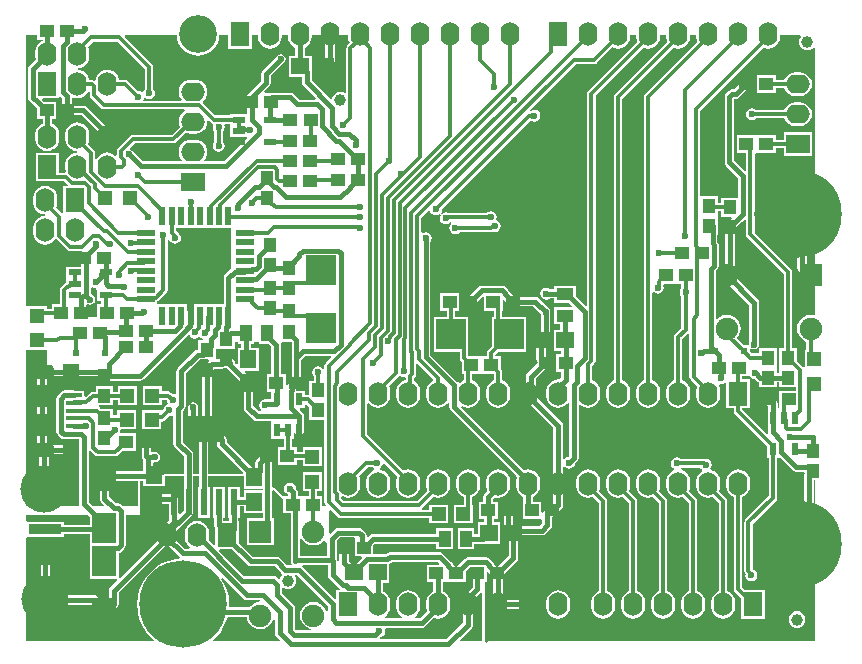
<source format=gtl>
G04*
G04 #@! TF.GenerationSoftware,Altium Limited,Altium Designer,20.2.6 (244)*
G04*
G04 Layer_Physical_Order=1*
G04 Layer_Color=255*
%FSLAX44Y44*%
%MOMM*%
G71*
G04*
G04 #@! TF.SameCoordinates,CE6D2A43-BF16-4D6C-96BE-271B1CC6D4BA*
G04*
G04*
G04 #@! TF.FilePolarity,Positive*
G04*
G01*
G75*
%ADD11C,0.3000*%
%ADD14R,1.9000X1.9000*%
%ADD15R,1.4000X1.6000*%
%ADD16R,1.3500X0.4000*%
%ADD17R,1.1000X1.2000*%
%ADD18R,1.2000X1.1000*%
%ADD19R,2.5000X2.6000*%
%ADD20R,2.6000X2.5000*%
%ADD21R,1.1000X0.6000*%
%ADD22R,0.6000X1.1000*%
%ADD23R,3.5000X2.2000*%
%ADD24R,0.6000X2.2000*%
%ADD25R,0.5500X1.5000*%
%ADD26R,1.5000X0.5500*%
%ADD27R,1.2000X1.2000*%
%ADD28R,1.2000X1.2000*%
%ADD29R,2.7000X0.9000*%
%ADD30R,1.0000X1.4000*%
%ADD31R,1.4000X1.0000*%
%ADD32R,0.6000X0.6000*%
%ADD33R,1.4000X1.5000*%
%ADD34R,1.5000X1.4000*%
%ADD35R,2.0000X2.6000*%
%ADD71C,1.0000*%
%ADD72C,0.4000*%
%ADD73O,2.0000X1.6000*%
%ADD74R,2.0000X1.6000*%
%ADD75O,1.6000X2.0000*%
%ADD76R,1.6000X2.0000*%
G04:AMPARAMS|DCode=77|XSize=2mm|YSize=1.2mm|CornerRadius=0.3mm|HoleSize=0mm|Usage=FLASHONLY|Rotation=0.000|XOffset=0mm|YOffset=0mm|HoleType=Round|Shape=RoundedRectangle|*
%AMROUNDEDRECTD77*
21,1,2.0000,0.6000,0,0,0.0*
21,1,1.4000,1.2000,0,0,0.0*
1,1,0.6000,0.7000,-0.3000*
1,1,0.6000,-0.7000,-0.3000*
1,1,0.6000,-0.7000,0.3000*
1,1,0.6000,0.7000,0.3000*
%
%ADD77ROUNDEDRECTD77*%
%ADD78C,4.0000*%
%ADD79C,1.9000*%
%ADD80R,1.9000X1.9000*%
%ADD81C,3.2000*%
%ADD82C,7.4000*%
%ADD83C,0.6000*%
G36*
X229182Y519462D02*
X229525Y516852D01*
X230533Y514419D01*
X232136Y512330D01*
X234225Y510727D01*
X235190Y510327D01*
Y503284D01*
X230186D01*
Y485284D01*
X241108D01*
Y480849D01*
X241108Y480849D01*
X241418Y479288D01*
X242302Y477965D01*
X252894Y467374D01*
X252408Y466200D01*
X238836D01*
X234030Y471006D01*
X232707Y471890D01*
X231147Y472200D01*
X231146Y472200D01*
X215874D01*
X215477Y472121D01*
X214610Y472128D01*
X214457Y472066D01*
X209745D01*
X209259Y473239D01*
X213386Y477366D01*
X213386Y477366D01*
X214270Y478689D01*
X214580Y480250D01*
X214580Y480250D01*
Y486434D01*
X225896Y497750D01*
X226780Y499073D01*
X227090Y500634D01*
X226780Y502195D01*
X225896Y503518D01*
X224573Y504402D01*
X223012Y504712D01*
X221451Y504402D01*
X220128Y503518D01*
X207618Y491007D01*
X206734Y489684D01*
X206423Y488124D01*
X206423Y488124D01*
Y481939D01*
X195490Y471006D01*
X194606Y469683D01*
X194296Y468122D01*
X194296Y468122D01*
Y466219D01*
X194234Y466127D01*
X193924Y464566D01*
X194234Y463005D01*
X194296Y462913D01*
Y454360D01*
X180210D01*
Y452929D01*
X167560D01*
X157004Y463484D01*
X156922Y465022D01*
X157842Y465728D01*
X159445Y467817D01*
X160453Y470249D01*
X160796Y472860D01*
X160453Y475470D01*
X159445Y477903D01*
X157842Y479992D01*
X155753Y481595D01*
X153321Y482603D01*
X150710Y482946D01*
X146710D01*
X144100Y482603D01*
X141667Y481595D01*
X139578Y479992D01*
X137975Y477903D01*
X136967Y475470D01*
X136624Y472860D01*
X136967Y470249D01*
X137975Y467817D01*
X139095Y466357D01*
X138469Y465087D01*
X107101D01*
X106502Y466207D01*
X106818Y466679D01*
X106942Y467303D01*
X107077Y467411D01*
X108333Y467785D01*
X109555Y466968D01*
X111506Y466580D01*
X113457Y466968D01*
X115111Y468073D01*
X116216Y469727D01*
X116604Y471678D01*
X116216Y473629D01*
X115111Y475283D01*
X115075Y475307D01*
Y493776D01*
X114803Y495142D01*
X114029Y496299D01*
X90802Y519527D01*
X91288Y520700D01*
X135088D01*
X135370Y517831D01*
X136400Y514438D01*
X138071Y511311D01*
X140321Y508571D01*
X143061Y506321D01*
X146188Y504650D01*
X149581Y503620D01*
X153110Y503273D01*
X156639Y503620D01*
X160032Y504650D01*
X163159Y506321D01*
X165900Y508571D01*
X168149Y511311D01*
X169820Y514438D01*
X170849Y517831D01*
X171132Y520700D01*
X178468D01*
Y509462D01*
X198468D01*
Y520700D01*
X203782D01*
Y519462D01*
X204125Y516852D01*
X205133Y514419D01*
X206736Y512330D01*
X208825Y510727D01*
X211257Y509719D01*
X213868Y509376D01*
X216479Y509719D01*
X218911Y510727D01*
X221000Y512330D01*
X222603Y514419D01*
X223611Y516852D01*
X223954Y519462D01*
Y520700D01*
X229182D01*
Y519462D01*
D02*
G37*
G36*
X663576Y519430D02*
X662886Y518530D01*
X662180Y516827D01*
X661940Y515000D01*
X662180Y513173D01*
X662886Y511470D01*
X664008Y510008D01*
X665470Y508885D01*
X667173Y508180D01*
X669000Y507940D01*
X670827Y508180D01*
X672530Y508885D01*
X673992Y510008D01*
X674370Y510500D01*
X675640Y510069D01*
Y320956D01*
X675242Y320685D01*
X674370Y320468D01*
X668288Y326549D01*
Y365860D01*
X668288Y365860D01*
X667978Y367421D01*
X667094Y368744D01*
X667094Y368744D01*
X663994Y371844D01*
X662671Y372728D01*
X661110Y373038D01*
X659549Y372728D01*
X658226Y371844D01*
X657342Y370521D01*
X657032Y368960D01*
X657342Y367399D01*
X658226Y366076D01*
X660132Y364171D01*
Y324860D01*
X660132Y324860D01*
X660442Y323299D01*
X661326Y321976D01*
X668826Y314476D01*
X670149Y313592D01*
X671710Y313282D01*
X673271Y313592D01*
X674370Y314327D01*
X675190Y314071D01*
X675640Y313764D01*
Y284383D01*
X674370Y283609D01*
X671710Y283959D01*
X668708Y283564D01*
X665910Y282405D01*
X663508Y280562D01*
X661665Y278160D01*
X660506Y275362D01*
X660111Y272360D01*
X660506Y269358D01*
X661665Y266560D01*
X663508Y264158D01*
X665910Y262315D01*
X668141Y261391D01*
Y254360D01*
X666710D01*
Y239959D01*
X665440Y239574D01*
X665233Y239883D01*
X660210Y244907D01*
Y255860D01*
X656279D01*
Y320084D01*
X656007Y321450D01*
X655233Y322608D01*
X624179Y353662D01*
Y419905D01*
X625210Y420860D01*
X626210D01*
X626480Y420860D01*
X642210D01*
Y424991D01*
X648710D01*
Y418560D01*
X672710D01*
Y438560D01*
X648710D01*
Y432129D01*
X642210D01*
Y435860D01*
X626480D01*
X626210Y435860D01*
X625210D01*
X624940Y435860D01*
X609210D01*
Y420860D01*
X617041D01*
Y406386D01*
X615868Y405900D01*
X606914Y414853D01*
Y466838D01*
X608266D01*
X608266Y466838D01*
X609827Y467148D01*
X611150Y468032D01*
X618695Y475577D01*
X618771Y475592D01*
X620094Y476476D01*
X620978Y477799D01*
X621288Y479360D01*
X620978Y480921D01*
X620094Y482244D01*
X618771Y483128D01*
X617210Y483438D01*
X616710D01*
X616710Y483438D01*
X615149Y483128D01*
X613826Y482244D01*
X613826Y482244D01*
X606577Y474994D01*
X605085D01*
X603524Y474684D01*
X602201Y473800D01*
X602201Y473800D01*
X599952Y471551D01*
X599068Y470228D01*
X598758Y468667D01*
X598758Y468667D01*
Y413164D01*
X598758Y413164D01*
X599068Y411603D01*
X599952Y410280D01*
X610348Y399885D01*
Y383161D01*
X595825D01*
Y378967D01*
X593478D01*
Y384292D01*
X578478D01*
X578117Y385412D01*
Y456720D01*
X631625Y510228D01*
X633100Y509617D01*
X635710Y509274D01*
X638321Y509617D01*
X640753Y510625D01*
X642842Y512228D01*
X644445Y514317D01*
X645453Y516749D01*
X645796Y519360D01*
Y520700D01*
X662950D01*
X663576Y519430D01*
D02*
G37*
G36*
X574824Y519360D02*
X575167Y516749D01*
X575778Y515275D01*
X531587Y471083D01*
X530813Y469926D01*
X530541Y468560D01*
Y228706D01*
X529067Y228095D01*
X526978Y226492D01*
X525375Y224403D01*
X524367Y221971D01*
X524024Y219360D01*
Y215360D01*
X524367Y212750D01*
X525375Y210317D01*
X526978Y208228D01*
X529067Y206625D01*
X531499Y205617D01*
X534110Y205274D01*
X536721Y205617D01*
X539153Y206625D01*
X541242Y208228D01*
X542845Y210317D01*
X543853Y212750D01*
X544196Y215360D01*
Y219360D01*
X543853Y221971D01*
X542845Y224403D01*
X541242Y226492D01*
X539153Y228095D01*
X537679Y228706D01*
Y302876D01*
X538949Y303305D01*
X540339Y302376D01*
X542290Y301988D01*
X544241Y302376D01*
X545895Y303481D01*
X547000Y305135D01*
X547388Y307086D01*
X547010Y308984D01*
X547005Y309045D01*
X547714Y310254D01*
X557030D01*
Y310254D01*
X558030D01*
Y310254D01*
X562275D01*
Y306583D01*
X562239Y306559D01*
X561134Y304905D01*
X560746Y302954D01*
X561134Y301003D01*
X562239Y299349D01*
X562275Y299325D01*
Y272868D01*
X556987Y267579D01*
X556213Y266422D01*
X555941Y265056D01*
Y228706D01*
X554467Y228095D01*
X552378Y226492D01*
X550775Y224403D01*
X549767Y221971D01*
X549424Y219360D01*
Y215360D01*
X549767Y212750D01*
X550775Y210317D01*
X552378Y208228D01*
X554467Y206625D01*
X556899Y205617D01*
X559510Y205274D01*
X562121Y205617D01*
X564553Y206625D01*
X566642Y208228D01*
X568245Y210317D01*
X569253Y212750D01*
X569596Y215360D01*
Y219360D01*
X569253Y221971D01*
X568245Y224403D01*
X566642Y226492D01*
X564553Y228095D01*
X563079Y228706D01*
Y263578D01*
X567781Y268281D01*
X569051Y267755D01*
Y231650D01*
X569323Y230284D01*
X570097Y229127D01*
X575778Y223445D01*
X575167Y221971D01*
X574824Y219360D01*
Y215360D01*
X575167Y212750D01*
X576175Y210317D01*
X577778Y208228D01*
X579867Y206625D01*
X582299Y205617D01*
X584910Y205274D01*
X587520Y205617D01*
X589953Y206625D01*
X592042Y208228D01*
X593645Y210317D01*
X594653Y212750D01*
X594996Y215360D01*
Y219360D01*
X594653Y221971D01*
X593731Y224194D01*
X594067Y224842D01*
X594535Y225329D01*
X595376Y225162D01*
X597327Y225550D01*
X598981Y226655D01*
X599040Y226744D01*
X600310Y226359D01*
Y205360D01*
X606741D01*
Y202260D01*
X607013Y200894D01*
X607787Y199737D01*
X634710Y172813D01*
Y162860D01*
X636141D01*
Y130394D01*
X616475Y110727D01*
X615701Y109570D01*
X615429Y108204D01*
Y66790D01*
X615701Y65425D01*
X616475Y64267D01*
X616540Y64202D01*
X616407Y63533D01*
X616795Y61582D01*
X617900Y59928D01*
X619554Y58823D01*
X621505Y58435D01*
X623456Y58823D01*
X625110Y59928D01*
X626215Y61582D01*
X626603Y63533D01*
X626215Y65484D01*
X625110Y67138D01*
X623456Y68243D01*
X622567Y68420D01*
Y106726D01*
X642233Y126393D01*
X643007Y127550D01*
X643279Y128916D01*
Y162860D01*
X644710D01*
Y162860D01*
X645824Y163321D01*
X656669Y152476D01*
X656669Y152476D01*
X657992Y151592D01*
X659553Y151282D01*
X666158D01*
X666837Y150012D01*
X666442Y149421D01*
X666132Y147860D01*
X666132Y147860D01*
Y100349D01*
X658226Y92444D01*
X657342Y91121D01*
X657032Y89560D01*
X657342Y87999D01*
X658226Y86676D01*
X659549Y85792D01*
X661110Y85482D01*
X662671Y85792D01*
X663994Y86676D01*
X673094Y95776D01*
X673978Y97099D01*
X674288Y98660D01*
X674288Y98660D01*
Y145048D01*
X674370Y145103D01*
X675640Y144424D01*
Y7620D01*
X398780D01*
X397413Y6253D01*
X396240Y6739D01*
Y57500D01*
X397500D01*
Y66073D01*
X398673Y66559D01*
X403032Y62201D01*
Y38760D01*
X403342Y37199D01*
X404226Y35876D01*
X405549Y34992D01*
X407110Y34682D01*
X432510D01*
X434071Y34992D01*
X435394Y35876D01*
X436278Y37199D01*
X436588Y38760D01*
X436278Y40321D01*
X435394Y41644D01*
X434071Y42528D01*
X432510Y42838D01*
X411188D01*
Y63421D01*
X422844Y75076D01*
X422844Y75076D01*
X423728Y76399D01*
X424038Y77960D01*
Y97268D01*
X444246D01*
X444246Y97268D01*
X445807Y97578D01*
X447130Y98462D01*
X451594Y102926D01*
X451594Y102926D01*
X452478Y104249D01*
X452788Y105810D01*
Y113171D01*
X454070Y114453D01*
X454771Y114592D01*
X456094Y115476D01*
X460794Y120176D01*
X461678Y121499D01*
X461988Y123060D01*
X461988Y123060D01*
Y141160D01*
Y155123D01*
X463258Y155509D01*
X463501Y155145D01*
X465155Y154040D01*
X467106Y153652D01*
X469057Y154040D01*
X470711Y155145D01*
X471816Y156799D01*
X472038Y157914D01*
X474194Y160070D01*
X475078Y161393D01*
X475388Y162954D01*
X475388Y162954D01*
Y207249D01*
X476658Y207859D01*
X478267Y206625D01*
X480700Y205617D01*
X483310Y205274D01*
X485920Y205617D01*
X488353Y206625D01*
X490442Y208228D01*
X492045Y210317D01*
X493053Y212750D01*
X493396Y215360D01*
Y219360D01*
X493053Y221971D01*
X492045Y224403D01*
X490442Y226492D01*
X488353Y228095D01*
X486879Y228706D01*
Y240871D01*
X488532Y242525D01*
X489305Y243682D01*
X489577Y245048D01*
Y469780D01*
X530025Y510228D01*
X531499Y509617D01*
X534110Y509274D01*
X536721Y509617D01*
X539153Y510625D01*
X541242Y512228D01*
X542845Y514317D01*
X543853Y516749D01*
X544196Y519360D01*
Y520700D01*
X549424D01*
Y519360D01*
X549767Y516749D01*
X550378Y515275D01*
X506187Y471083D01*
X505413Y469926D01*
X505141Y468560D01*
Y228706D01*
X503667Y228095D01*
X501578Y226492D01*
X499975Y224403D01*
X498967Y221971D01*
X498624Y219360D01*
Y215360D01*
X498967Y212750D01*
X499975Y210317D01*
X501578Y208228D01*
X503667Y206625D01*
X506100Y205617D01*
X508710Y205274D01*
X511320Y205617D01*
X513753Y206625D01*
X515842Y208228D01*
X517445Y210317D01*
X518453Y212750D01*
X518796Y215360D01*
Y219360D01*
X518453Y221971D01*
X517445Y224403D01*
X515842Y226492D01*
X513753Y228095D01*
X512279Y228706D01*
Y467082D01*
X555425Y510228D01*
X556899Y509617D01*
X559510Y509274D01*
X562121Y509617D01*
X564553Y510625D01*
X566642Y512228D01*
X568245Y514317D01*
X569253Y516749D01*
X569596Y519360D01*
Y520700D01*
X574824D01*
Y519360D01*
D02*
G37*
G36*
X524024D02*
X524367Y516749D01*
X524978Y515275D01*
X483485Y473782D01*
X482712Y472624D01*
X482440Y471259D01*
Y292057D01*
X481267Y291571D01*
X472710Y300128D01*
Y308360D01*
X454710D01*
Y306084D01*
X450698D01*
X449753Y306716D01*
X447802Y307104D01*
X445851Y306716D01*
X444197Y305611D01*
X443092Y303957D01*
X442704Y302006D01*
X443092Y300055D01*
X444197Y298401D01*
X445851Y297296D01*
X447802Y296908D01*
X449753Y297296D01*
X450698Y297928D01*
X454710D01*
Y294360D01*
X466942D01*
X469769Y291533D01*
X469283Y290360D01*
X454710D01*
Y276360D01*
X459632D01*
Y271360D01*
X454460D01*
Y253360D01*
X460132D01*
Y250860D01*
X456210D01*
Y235860D01*
X460132D01*
Y230597D01*
X458857Y229322D01*
X457910Y229446D01*
X455299Y229103D01*
X452867Y228095D01*
X450778Y226492D01*
X449175Y224403D01*
X448167Y221971D01*
X447824Y219360D01*
Y215360D01*
X448167Y212750D01*
X449175Y210317D01*
X450778Y208228D01*
X452867Y206625D01*
X455299Y205617D01*
X457910Y205274D01*
X460521Y205617D01*
X462953Y206625D01*
X465042Y208228D01*
X465962Y209426D01*
X467232Y208995D01*
Y164643D01*
X466270Y163682D01*
X465155Y163460D01*
X463501Y162355D01*
X463258Y161991D01*
X461988Y162377D01*
Y189960D01*
X461988Y189960D01*
X461678Y191521D01*
X460794Y192844D01*
X460794Y192844D01*
X438161Y215477D01*
X438574Y216095D01*
X438884Y217656D01*
X438884Y217656D01*
Y229767D01*
X448695Y239577D01*
X448771Y239592D01*
X450094Y240476D01*
X450978Y241799D01*
X451288Y243360D01*
X450978Y244921D01*
X450094Y246244D01*
X449341Y246747D01*
X447538Y248549D01*
Y260671D01*
X450178Y263310D01*
X451062Y264633D01*
X451372Y266194D01*
X451372Y266194D01*
Y286512D01*
X451372Y286512D01*
X451062Y288073D01*
X450178Y289396D01*
X450178Y289396D01*
X441542Y298032D01*
X440219Y298916D01*
X438658Y299226D01*
X438658Y299226D01*
X421033D01*
X416666Y303594D01*
X416612Y303866D01*
X415728Y305189D01*
X415728Y305189D01*
X413385Y307532D01*
X412062Y308416D01*
X410501Y308726D01*
X410501Y308726D01*
X393150D01*
X391589Y308416D01*
X390266Y307532D01*
X390266Y307532D01*
X381665Y298931D01*
X381589Y298916D01*
X380266Y298032D01*
X379382Y296709D01*
X379072Y295148D01*
X379382Y293587D01*
X380266Y292264D01*
X381589Y291380D01*
X383150Y291070D01*
X383650D01*
X383650Y291070D01*
X385211Y291380D01*
X386534Y292264D01*
X393574Y299304D01*
X394844Y298778D01*
Y287648D01*
X403275D01*
Y282360D01*
X401710D01*
Y257407D01*
X398687Y254383D01*
X397913Y253226D01*
X397641Y251860D01*
Y248860D01*
X393210D01*
Y248860D01*
X392210D01*
Y248860D01*
X381779D01*
Y256360D01*
X381710Y256705D01*
Y282360D01*
X370779D01*
Y287648D01*
X374150D01*
Y302648D01*
X358150D01*
Y287648D01*
X363641D01*
Y282360D01*
X352710D01*
Y252360D01*
X374641D01*
Y247360D01*
X374913Y245994D01*
X375687Y244837D01*
X376210Y244313D01*
Y233860D01*
X378141D01*
Y228706D01*
X376667Y228095D01*
X374659Y226555D01*
X374490Y226505D01*
X373144Y226710D01*
X372594Y227534D01*
X372594Y227534D01*
X349772Y250355D01*
Y345846D01*
X350404Y346791D01*
X350792Y348742D01*
X350404Y350693D01*
X349299Y352347D01*
X347645Y353452D01*
X345694Y353840D01*
X343743Y353452D01*
X343271Y353136D01*
X342151Y353735D01*
Y365806D01*
X348485Y372141D01*
X349701Y371772D01*
X349786Y371341D01*
X350891Y369688D01*
X352545Y368582D01*
X354496Y368194D01*
X356447Y368582D01*
X358101Y369687D01*
X358973Y368859D01*
X358105Y367560D01*
X357717Y365609D01*
X358105Y363658D01*
X359210Y362004D01*
X360864Y360899D01*
X362815Y360511D01*
X364766Y360899D01*
X366420Y362004D01*
X366687Y362404D01*
X366964Y362363D01*
X367338Y361086D01*
X366233Y359432D01*
X365845Y357481D01*
X366233Y355530D01*
X367338Y353876D01*
X368992Y352771D01*
X370943Y352383D01*
X372894Y352771D01*
X374548Y353876D01*
X374843Y354317D01*
X400812D01*
X402065Y354567D01*
X402142Y354516D01*
X404093Y354128D01*
X406044Y354516D01*
X407697Y355621D01*
X408803Y357275D01*
X409191Y359226D01*
X408803Y361176D01*
X407697Y362830D01*
X406445Y363667D01*
X405997Y364106D01*
X405668Y365305D01*
X405910Y366522D01*
X405522Y368473D01*
X404417Y370127D01*
X402763Y371232D01*
X400812Y371620D01*
X398861Y371232D01*
X397207Y370127D01*
X397183Y370091D01*
X365107D01*
X364766Y370319D01*
X362815Y370707D01*
X360864Y370319D01*
X359210Y369214D01*
X358338Y370042D01*
X359206Y371341D01*
X359594Y373292D01*
X359586Y373335D01*
X434774Y448523D01*
X435715Y447894D01*
X437666Y447506D01*
X439617Y447894D01*
X441271Y448999D01*
X442376Y450653D01*
X442764Y452604D01*
X442376Y454555D01*
X441271Y456209D01*
X439617Y457314D01*
X437666Y457702D01*
X435715Y457314D01*
X434929Y456789D01*
X434120Y457775D01*
X472648Y496303D01*
X488188D01*
X489554Y496575D01*
X490711Y497349D01*
X503894Y510531D01*
X506100Y509617D01*
X508710Y509274D01*
X511320Y509617D01*
X513753Y510625D01*
X515842Y512228D01*
X517445Y514317D01*
X518453Y516749D01*
X518796Y519360D01*
Y520700D01*
X524024D01*
Y519360D01*
D02*
G37*
G36*
X279982Y519462D02*
X280325Y516852D01*
X281333Y514419D01*
X281465Y514248D01*
X279535Y512318D01*
X278761Y511160D01*
X278489Y509794D01*
Y472311D01*
X277350Y471749D01*
X277088Y471950D01*
X275385Y472656D01*
X273558Y472896D01*
X271731Y472656D01*
X270028Y471950D01*
X268566Y470828D01*
X267444Y469366D01*
X266738Y467663D01*
X266645Y466954D01*
X265304Y466499D01*
X249264Y482539D01*
Y489284D01*
X249186Y489678D01*
Y503284D01*
X243346D01*
Y510327D01*
X244311Y510727D01*
X246400Y512330D01*
X248003Y514419D01*
X249011Y516852D01*
X249354Y519462D01*
Y520700D01*
X260590D01*
Y500455D01*
X257302Y497168D01*
X256418Y495845D01*
X256108Y494284D01*
X256418Y492723D01*
X257302Y491400D01*
X258625Y490516D01*
X260186Y490206D01*
X261747Y490516D01*
X263070Y491400D01*
X267552Y495882D01*
X268436Y497205D01*
X268746Y498766D01*
X268746Y498766D01*
Y520700D01*
X279982D01*
Y519462D01*
D02*
G37*
G36*
X107937Y492298D02*
Y475307D01*
X107901Y475283D01*
X106796Y473629D01*
X106672Y473005D01*
X106537Y472897D01*
X105281Y472523D01*
X104059Y473340D01*
X102108Y473728D01*
X101853Y473677D01*
X93709Y481821D01*
X92552Y482595D01*
X91186Y482867D01*
X86080D01*
X85943Y483909D01*
X84935Y486341D01*
X83332Y488430D01*
X81243Y490033D01*
X78811Y491041D01*
X76200Y491384D01*
X73590Y491041D01*
X71157Y490033D01*
X69068Y488430D01*
X67465Y486341D01*
X66457Y483909D01*
X66304Y482744D01*
X66232Y482664D01*
X64947Y482168D01*
X64308Y482595D01*
X62943Y482867D01*
X60680D01*
X60543Y483909D01*
X59535Y486341D01*
X57932Y488430D01*
X55843Y490033D01*
X53411Y491041D01*
X51003Y491357D01*
Y492639D01*
X53411Y492955D01*
X55843Y493963D01*
X57932Y495566D01*
X59535Y497655D01*
X60543Y500088D01*
X60886Y502698D01*
Y506698D01*
X60543Y509309D01*
X59774Y511165D01*
X63962Y515353D01*
X84882D01*
X107937Y492298D01*
D02*
G37*
G36*
X163559Y446837D02*
X164716Y446063D01*
X165077Y445991D01*
X165724Y444673D01*
X165336Y442722D01*
X165724Y440771D01*
X166829Y439117D01*
X166865Y439093D01*
Y430745D01*
X166829Y430721D01*
X165724Y429067D01*
X165336Y427116D01*
X165724Y425165D01*
X166829Y423511D01*
X168483Y422406D01*
X170434Y422018D01*
X172385Y422406D01*
X174039Y423511D01*
X175144Y425165D01*
X175532Y427116D01*
X175144Y429067D01*
X174039Y430721D01*
X174003Y430745D01*
Y439093D01*
X174039Y439117D01*
X175144Y440771D01*
X175532Y442722D01*
X175174Y444521D01*
X175300Y444966D01*
X175742Y445791D01*
X180210D01*
Y434860D01*
X194118D01*
X194644Y433590D01*
X175192Y414138D01*
X158821D01*
X158211Y415408D01*
X159445Y417017D01*
X160453Y419449D01*
X160796Y422060D01*
X160453Y424670D01*
X159445Y427103D01*
X157842Y429192D01*
X155753Y430795D01*
X153321Y431802D01*
X150710Y432146D01*
X146710D01*
X144100Y431802D01*
X141667Y430795D01*
X139578Y429192D01*
X137975Y427103D01*
X136967Y424670D01*
X136624Y422060D01*
X136967Y419449D01*
X137975Y417017D01*
X139209Y415408D01*
X138599Y414138D01*
X105979D01*
X97118Y423000D01*
X95795Y423884D01*
X95676Y423908D01*
X95258Y425286D01*
X99208Y429235D01*
X132054D01*
X133420Y429507D01*
X134577Y430280D01*
X142625Y438328D01*
X144100Y437717D01*
X146710Y437374D01*
X150710D01*
X153321Y437717D01*
X155753Y438725D01*
X157842Y440328D01*
X159445Y442417D01*
X160453Y444849D01*
X160796Y447460D01*
X160730Y447965D01*
X161869Y448526D01*
X163559Y446837D01*
D02*
G37*
G36*
X16892Y517010D02*
X21322D01*
Y515833D01*
X20357Y515433D01*
X18268Y513830D01*
X16665Y511741D01*
X15657Y509309D01*
X15314Y506698D01*
Y502698D01*
X15643Y500200D01*
X10324Y494882D01*
X9440Y493559D01*
X9130Y491998D01*
X9130Y491998D01*
Y467833D01*
X9130Y467833D01*
X9440Y466272D01*
X10324Y464949D01*
X13345Y461929D01*
X13345Y461929D01*
X14668Y461045D01*
X14692Y461040D01*
X17000Y458732D01*
Y449500D01*
X21322D01*
Y445895D01*
X20357Y445495D01*
X18268Y443892D01*
X16665Y441803D01*
X15657Y439370D01*
X15314Y436760D01*
Y432760D01*
X15657Y430149D01*
X16665Y427717D01*
X18268Y425628D01*
X20357Y424025D01*
X22789Y423017D01*
X25400Y422674D01*
X28010Y423017D01*
X30443Y424025D01*
X32532Y425628D01*
X34135Y427717D01*
X35143Y430149D01*
X35486Y432760D01*
Y436760D01*
X35143Y439370D01*
X34135Y441803D01*
X32532Y443892D01*
X30443Y445495D01*
X29478Y445895D01*
Y449500D01*
X33000D01*
Y464500D01*
X22768D01*
X21143Y466125D01*
X21629Y467298D01*
X35400D01*
Y468164D01*
X36670Y468690D01*
X37814Y467546D01*
Y457108D01*
X37814Y457108D01*
X38124Y455547D01*
X39008Y454224D01*
X39116Y454116D01*
X39116Y454116D01*
X40439Y453232D01*
X42000Y452922D01*
X54271D01*
X72122Y435071D01*
Y434760D01*
X72432Y433199D01*
X73316Y431876D01*
X74639Y430992D01*
X76200Y430682D01*
X77761Y430992D01*
X79084Y431876D01*
X79968Y433199D01*
X80278Y434760D01*
Y436760D01*
X79968Y438321D01*
X79084Y439644D01*
X79084Y439644D01*
X58844Y459884D01*
X57521Y460768D01*
X55960Y461078D01*
X55960Y461078D01*
X45970D01*
Y467332D01*
X47026Y468037D01*
X48190Y467555D01*
X50800Y467212D01*
X53411Y467555D01*
X55843Y468563D01*
X57932Y470166D01*
X59535Y472255D01*
X59861Y473043D01*
X61131Y472790D01*
Y469853D01*
X61403Y468488D01*
X62177Y467330D01*
X70512Y458995D01*
X71670Y458221D01*
X73035Y457949D01*
X141152D01*
X141947Y457791D01*
X142202D01*
X142455Y456521D01*
X141667Y456195D01*
X139578Y454592D01*
X137975Y452503D01*
X136967Y450070D01*
X136624Y447460D01*
X136967Y444849D01*
X137578Y443375D01*
X130576Y436372D01*
X97730D01*
X96364Y436101D01*
X95206Y435327D01*
X85211Y425332D01*
X84437Y424174D01*
X84165Y422808D01*
Y419395D01*
X82895Y418827D01*
X81243Y420095D01*
X78811Y421103D01*
X76200Y421446D01*
X73590Y421103D01*
X71157Y420095D01*
X69068Y418492D01*
X67465Y416403D01*
X67201Y415765D01*
X65931Y416017D01*
Y421198D01*
X65659Y422564D01*
X64885Y423721D01*
X59932Y428675D01*
X60543Y430149D01*
X60886Y432760D01*
Y436760D01*
X60543Y439370D01*
X59535Y441803D01*
X57932Y443892D01*
X55843Y445495D01*
X53411Y446503D01*
X50800Y446846D01*
X48190Y446503D01*
X45757Y445495D01*
X43668Y443892D01*
X42065Y441803D01*
X41057Y439370D01*
X40714Y436760D01*
Y432760D01*
X41057Y430149D01*
X42065Y427717D01*
X43668Y425628D01*
X45757Y424025D01*
X48190Y423017D01*
X50597Y422701D01*
Y421419D01*
X48190Y421103D01*
X45757Y420095D01*
X43668Y418492D01*
X42065Y416403D01*
X41057Y413970D01*
X40714Y411360D01*
Y407360D01*
X40932Y405699D01*
X39889Y404430D01*
X39884Y404429D01*
X35400D01*
Y421360D01*
X15400D01*
Y397360D01*
X31555D01*
X31900Y397291D01*
X39558D01*
X42580Y394270D01*
X42054Y393000D01*
X39000D01*
Y370396D01*
X38485Y370077D01*
X37730Y369917D01*
X32732Y374915D01*
X33343Y376390D01*
X33686Y379000D01*
Y383000D01*
X33343Y385611D01*
X32335Y388043D01*
X30732Y390132D01*
X28643Y391735D01*
X26210Y392743D01*
X23600Y393086D01*
X20989Y392743D01*
X18557Y391735D01*
X16468Y390132D01*
X14865Y388043D01*
X13857Y385611D01*
X13514Y383000D01*
Y379000D01*
X13857Y376390D01*
X14865Y373957D01*
X16468Y371868D01*
X18557Y370265D01*
X20989Y369257D01*
X23397Y368941D01*
Y367659D01*
X20989Y367343D01*
X18557Y366335D01*
X16468Y364732D01*
X14865Y362643D01*
X13857Y360210D01*
X13514Y357600D01*
Y353600D01*
X13857Y350989D01*
X14865Y348557D01*
X16468Y346468D01*
X18557Y344865D01*
X20989Y343857D01*
X23600Y343514D01*
X26210Y343857D01*
X28643Y344865D01*
X30732Y346468D01*
X31756Y347803D01*
X31915Y347890D01*
X33377Y347913D01*
X42183Y339107D01*
X43341Y338333D01*
X44707Y338061D01*
X54841D01*
X55080Y337770D01*
X55435Y336860D01*
X55326Y336751D01*
X54442Y335428D01*
X54132Y333867D01*
X54132Y333867D01*
Y324860D01*
X41210D01*
Y314860D01*
Y310819D01*
X40395Y310657D01*
X39237Y309883D01*
X37187Y307833D01*
X36413Y306675D01*
X36141Y305310D01*
Y292860D01*
X29210D01*
Y288929D01*
X24710D01*
Y291360D01*
X8710D01*
Y291360D01*
X7620Y291795D01*
Y520700D01*
X16892D01*
Y517010D01*
D02*
G37*
G36*
X180670Y355320D02*
Y322994D01*
X175826Y318151D01*
X174942Y316828D01*
X174632Y315267D01*
X174632Y315267D01*
Y292860D01*
X149960D01*
Y287527D01*
X148690Y286848D01*
X148271Y287128D01*
X146710Y287438D01*
X145149Y287128D01*
X144730Y286848D01*
X143460Y287527D01*
Y292860D01*
X118210D01*
Y295250D01*
X118525Y295313D01*
X119683Y296087D01*
X126094Y302498D01*
X126868Y303656D01*
X127140Y305021D01*
Y347006D01*
X127505Y347308D01*
X127872Y347288D01*
X129027Y346918D01*
X129920Y345582D01*
X131574Y344477D01*
X133525Y344089D01*
X135476Y344477D01*
X137129Y345582D01*
X138235Y347236D01*
X138623Y349187D01*
X138235Y351137D01*
X137129Y352791D01*
X135635Y353790D01*
X134710Y354715D01*
Y357860D01*
X180670D01*
Y355320D01*
D02*
G37*
G36*
X64851Y306694D02*
X66176Y306430D01*
X66893Y306035D01*
X67210Y305092D01*
Y295860D01*
X71141D01*
Y292860D01*
X67710D01*
Y281791D01*
X58164D01*
X57485Y283061D01*
X57978Y283799D01*
X58288Y285360D01*
Y292599D01*
X59558Y293278D01*
X60149Y292883D01*
X61710Y292573D01*
X63271Y292883D01*
X64594Y293767D01*
X65478Y295091D01*
X65788Y296651D01*
X65478Y298212D01*
X64594Y299535D01*
X62288Y301840D01*
Y301860D01*
X62288Y301860D01*
X62288Y301860D01*
Y307048D01*
X63558Y307558D01*
X64851Y306694D01*
D02*
G37*
G36*
X595825Y367161D02*
X604398D01*
X604884Y365987D01*
X600696Y361799D01*
X599812Y360476D01*
X599502Y358916D01*
X599502Y358915D01*
Y321919D01*
X597826Y320244D01*
X596942Y318921D01*
X596632Y317360D01*
X596942Y315799D01*
X597826Y314476D01*
X619746Y292557D01*
Y258826D01*
X619363Y258360D01*
X615007D01*
X609041Y264326D01*
X610755Y266560D01*
X611914Y269358D01*
X612309Y272360D01*
X611914Y275362D01*
X610755Y278160D01*
X608912Y280562D01*
X606510Y282405D01*
X603712Y283564D01*
X600710Y283959D01*
X597708Y283564D01*
X594910Y282405D01*
X592558Y280600D01*
X592107Y280670D01*
X591288Y280948D01*
Y321263D01*
X592494Y322468D01*
X592494Y322468D01*
X593378Y323791D01*
X593688Y325352D01*
Y343453D01*
X593378Y345014D01*
X592682Y346055D01*
Y351292D01*
X593478D01*
Y367292D01*
X593478D01*
Y368292D01*
X593478D01*
Y371829D01*
X595825D01*
Y367161D01*
D02*
G37*
G36*
X162065Y245718D02*
X162172Y245090D01*
X157826Y240744D01*
X156942Y239421D01*
X156632Y237860D01*
X156632Y237860D01*
Y192049D01*
X156021Y191438D01*
X152922D01*
Y205994D01*
X152612Y207555D01*
X151728Y208878D01*
X150405Y209762D01*
X148844Y210072D01*
X147283Y209762D01*
X145960Y208878D01*
X145076Y207555D01*
X144766Y205994D01*
Y190919D01*
X144090Y190244D01*
X143206Y188921D01*
X142896Y187360D01*
X143206Y185799D01*
X144090Y184476D01*
X145413Y183592D01*
X146974Y183282D01*
X146974Y183282D01*
X153632D01*
Y149359D01*
X149088D01*
Y165903D01*
X148778Y167464D01*
X147894Y168787D01*
X147894Y168787D01*
X140288Y176392D01*
Y202535D01*
X141456Y203703D01*
X142340Y205026D01*
X142650Y206587D01*
X142650Y206587D01*
Y234419D01*
X154513Y246282D01*
X157210D01*
X157210Y246282D01*
X157604Y246360D01*
X161711D01*
X162065Y245718D01*
D02*
G37*
G36*
X186710Y259360D02*
X189632D01*
Y255860D01*
X186710D01*
Y242630D01*
X185537Y242144D01*
X184156Y243525D01*
X183978Y244421D01*
X183094Y245744D01*
X179594Y249244D01*
X178271Y250128D01*
X176710Y250438D01*
X175149Y250128D01*
X173826Y249244D01*
X172942Y247921D01*
X172927Y247845D01*
X171521Y246438D01*
X168210D01*
Y254708D01*
X169210Y255360D01*
X184210D01*
Y261146D01*
X186710D01*
Y259360D01*
D02*
G37*
G36*
X177196Y239014D02*
X177326Y238819D01*
X184169Y231976D01*
X184642Y231660D01*
X191632Y224671D01*
Y205102D01*
X191632Y205102D01*
X191942Y203541D01*
X192826Y202218D01*
X199725Y195319D01*
X201048Y194435D01*
X202609Y194125D01*
X213550D01*
X214710Y193860D01*
X214710Y192855D01*
Y178860D01*
X225641D01*
Y171860D01*
X220710D01*
Y156860D01*
X236710D01*
Y160791D01*
X241710D01*
Y155860D01*
X257710D01*
Y171860D01*
X241710D01*
Y167929D01*
X236710D01*
Y171860D01*
X232779D01*
Y178860D01*
X234210D01*
Y183609D01*
X235480Y183994D01*
X235826Y183476D01*
X237149Y182592D01*
X238710Y182282D01*
X240271Y182592D01*
X241594Y183476D01*
X242478Y184799D01*
X242788Y186360D01*
Y198203D01*
X242478Y199764D01*
X241594Y201087D01*
X238994Y203687D01*
X239480Y204860D01*
X243710D01*
Y207537D01*
X244980Y208063D01*
X246754Y206289D01*
Y195336D01*
X260041D01*
Y125518D01*
X260313Y124152D01*
X260956Y123190D01*
X260753Y122497D01*
X260365Y121920D01*
X258210D01*
Y130860D01*
X253778D01*
Y134860D01*
X257710D01*
Y150860D01*
X241710D01*
Y134860D01*
X246641D01*
Y130860D01*
X242210D01*
Y130860D01*
X241210D01*
Y130860D01*
X237288D01*
Y134041D01*
X237288Y134041D01*
X236978Y135602D01*
X236094Y136925D01*
X235952Y137066D01*
X235596Y138857D01*
X234491Y140511D01*
X232837Y141616D01*
X230886Y142004D01*
X228935Y141616D01*
X227281Y140511D01*
X226176Y138857D01*
X225788Y136906D01*
X226176Y134955D01*
X227281Y133301D01*
X228935Y132196D01*
X229132Y132157D01*
Y130860D01*
X225210D01*
X225210Y130860D01*
Y130860D01*
X224110Y131311D01*
X218404Y137017D01*
X217742Y137459D01*
X216962Y137614D01*
X216273Y138054D01*
X215788Y138608D01*
Y164360D01*
X215478Y165921D01*
X214594Y167244D01*
X213271Y168128D01*
X211710Y168438D01*
X211210D01*
X211210Y168438D01*
X209649Y168128D01*
X208326Y167244D01*
X208326Y167244D01*
X202826Y161744D01*
X201942Y160421D01*
X201632Y158860D01*
X201632Y158860D01*
Y153502D01*
X200413Y152924D01*
X177288Y176049D01*
Y178360D01*
X177288Y178360D01*
X176978Y179921D01*
X176094Y181244D01*
X176094Y181244D01*
X167094Y190244D01*
X165771Y191128D01*
X164788Y191323D01*
Y236171D01*
X166899Y238282D01*
X173210D01*
X173210Y238282D01*
X174771Y238592D01*
X175773Y239262D01*
X177196Y239014D01*
D02*
G37*
G36*
X265663Y247925D02*
X261087Y243348D01*
X260313Y242191D01*
X260041Y240825D01*
Y238589D01*
X258771Y238203D01*
X258367Y238809D01*
X256713Y239914D01*
X254762Y240302D01*
X252811Y239914D01*
X251157Y238809D01*
X250052Y237155D01*
X249664Y235204D01*
X250052Y233253D01*
X251157Y231599D01*
X251193Y231575D01*
Y228336D01*
X246754D01*
Y216726D01*
X245772Y215920D01*
X245730Y215929D01*
X243710D01*
Y219860D01*
X236417D01*
X236288Y220017D01*
Y221171D01*
X237695Y222577D01*
X237771Y222592D01*
X239094Y223476D01*
X239978Y224799D01*
X240288Y226360D01*
Y245961D01*
X243426Y249098D01*
X265177D01*
X265663Y247925D01*
D02*
G37*
G36*
X617041Y364293D02*
Y352184D01*
X617313Y350819D01*
X618087Y349661D01*
X649141Y318606D01*
Y255860D01*
X645210D01*
Y240130D01*
X645210Y239860D01*
X645210D01*
Y238860D01*
X645210D01*
Y234938D01*
X643210D01*
Y238860D01*
X643210D01*
Y239860D01*
X643210D01*
Y255860D01*
X628210D01*
Y251429D01*
X621938D01*
X619960Y253407D01*
Y255186D01*
X620227Y255392D01*
X621230Y255749D01*
X622263Y255058D01*
X623824Y254748D01*
X625385Y255058D01*
X626708Y255942D01*
X627592Y257265D01*
X627902Y258826D01*
Y294246D01*
X627592Y295807D01*
X626708Y297130D01*
X626708Y297130D01*
X606475Y317363D01*
X607348Y318669D01*
X607659Y320230D01*
X607659Y320230D01*
Y357226D01*
X611771Y361339D01*
X612043Y361393D01*
X613366Y362277D01*
X615868Y364779D01*
X617041Y364293D01*
D02*
G37*
G36*
X145852Y266546D02*
X146593Y265437D01*
X148247Y264331D01*
X150198Y263943D01*
X152149Y264331D01*
X153674Y265351D01*
X155033Y265167D01*
X155399Y264619D01*
X156880Y263630D01*
X156858Y262930D01*
X156668Y262360D01*
X153210D01*
Y255592D01*
X152824Y254438D01*
X151263Y254128D01*
X149940Y253244D01*
X135688Y238992D01*
X134804Y237669D01*
X134494Y236108D01*
X134494Y236108D01*
Y217308D01*
X133224Y216605D01*
X131572Y216934D01*
X131529Y216925D01*
X130285Y218169D01*
X129128Y218943D01*
X127762Y219215D01*
X122210D01*
Y223360D01*
X106210D01*
Y207360D01*
X122210D01*
Y212077D01*
X125230D01*
X126474Y211836D01*
X126862Y209885D01*
X127229Y209335D01*
X126645Y207924D01*
X126573Y207910D01*
X124919Y206805D01*
X123814Y205151D01*
X123513Y203636D01*
X122980Y203290D01*
X121710Y203360D01*
Y203360D01*
X105710D01*
Y187360D01*
X121710D01*
Y193560D01*
X122453D01*
X123818Y193832D01*
X124976Y194605D01*
X128481Y198111D01*
X128524Y198102D01*
X130475Y198490D01*
X130862Y198748D01*
X132132Y198070D01*
Y174703D01*
X132132Y174703D01*
X132442Y173142D01*
X133326Y171819D01*
X140932Y164214D01*
Y149359D01*
X124710D01*
X123930Y149204D01*
X123268Y148762D01*
X122826Y148100D01*
X122671Y147320D01*
Y140899D01*
X108749D01*
Y143282D01*
X114710D01*
X114710Y143282D01*
X116271Y143592D01*
X117594Y144476D01*
X118594Y145476D01*
X119478Y146799D01*
X119788Y148360D01*
X119478Y149921D01*
X118594Y151244D01*
X118594Y151244D01*
X114788Y155049D01*
Y158709D01*
X114799Y158733D01*
X116058Y159653D01*
X116840Y159498D01*
X118401Y159808D01*
X119724Y160692D01*
X120608Y162015D01*
X120918Y163576D01*
X120608Y165137D01*
X119724Y166460D01*
X119341Y166842D01*
X118018Y167727D01*
X116457Y168037D01*
X116457Y168037D01*
X113288D01*
Y176360D01*
X112978Y177921D01*
X112094Y179244D01*
X110771Y180128D01*
X109210Y180438D01*
X107649Y180128D01*
X106326Y179244D01*
X105442Y177921D01*
X105132Y176360D01*
Y164110D01*
X105132Y164110D01*
X105442Y162549D01*
X106326Y161226D01*
X106477Y161075D01*
X106477Y161075D01*
X106632Y160921D01*
Y153360D01*
X106632Y153360D01*
X106761Y152708D01*
X105968Y151547D01*
X105772Y151438D01*
X73710D01*
X72149Y151128D01*
X70826Y150244D01*
X69942Y148921D01*
X69632Y147360D01*
Y128360D01*
X69632Y128360D01*
X69942Y126799D01*
X70826Y125476D01*
X73209Y123093D01*
X72723Y121920D01*
X63918D01*
X60538Y125299D01*
Y168766D01*
X61808Y169151D01*
X61889Y169031D01*
X65803Y165117D01*
X66960Y164343D01*
X68326Y164071D01*
X82990D01*
X84356Y164343D01*
X85513Y165117D01*
X89257Y168860D01*
X100210D01*
Y183860D01*
X87317D01*
X86560Y185130D01*
X86788Y186276D01*
X86768Y186378D01*
X87574Y187360D01*
X100710D01*
Y203360D01*
X84710D01*
Y198929D01*
X81210D01*
Y204360D01*
X70757D01*
X69733Y205383D01*
X69660Y205432D01*
X69325Y207157D01*
X69462Y207360D01*
X81210D01*
Y211791D01*
X85210D01*
Y207360D01*
X101210D01*
Y223360D01*
X85210D01*
Y218929D01*
X81210D01*
Y223360D01*
X66210D01*
Y218929D01*
X63710D01*
X62344Y218657D01*
X61187Y217883D01*
X57730Y214427D01*
X56460Y214953D01*
Y219860D01*
X48104D01*
X47710Y219938D01*
X39803D01*
X39409Y219860D01*
X38960D01*
Y219771D01*
X38242Y219628D01*
X36919Y218744D01*
X36919Y218744D01*
X34076Y215901D01*
X33192Y214578D01*
X32882Y213017D01*
X32882Y213017D01*
Y185203D01*
X32882Y185203D01*
X33192Y183642D01*
X34076Y182319D01*
X36419Y179976D01*
X36419Y179976D01*
X37742Y179092D01*
X39303Y178782D01*
X52382D01*
Y123610D01*
X52382Y123610D01*
X52465Y123190D01*
X51510Y121948D01*
X51423Y121920D01*
X7620D01*
Y253925D01*
X8710Y254360D01*
Y254360D01*
X24710D01*
Y241990D01*
X25588Y241112D01*
X25102Y239938D01*
X20960D01*
X19399Y239628D01*
X18076Y238744D01*
X17192Y237421D01*
X16882Y235860D01*
Y214860D01*
Y190860D01*
Y169860D01*
X16882Y169860D01*
X17192Y168299D01*
X18076Y166976D01*
X18632Y166421D01*
Y136360D01*
X18942Y134799D01*
X19826Y133476D01*
X21149Y132592D01*
X22710Y132282D01*
X24271Y132592D01*
X25594Y133476D01*
X26478Y134799D01*
X26788Y136360D01*
Y165782D01*
X44460D01*
X44460Y165782D01*
X46021Y166092D01*
X47344Y166976D01*
X48344Y167976D01*
X49228Y169299D01*
X49538Y170860D01*
X49228Y172421D01*
X48344Y173744D01*
X47021Y174628D01*
X45460Y174938D01*
X43899Y174628D01*
X42867Y173938D01*
X25038D01*
Y190860D01*
Y214860D01*
Y231782D01*
X68521D01*
X70826Y229476D01*
X72149Y228592D01*
X73710Y228282D01*
X73710Y228282D01*
X104102D01*
X104102Y228282D01*
X105663Y228592D01*
X106986Y229476D01*
X144343Y266833D01*
X145852Y266546D01*
D02*
G37*
G36*
X232132Y247650D02*
X232132Y247650D01*
X232132Y247650D01*
Y228549D01*
X229326Y225744D01*
X228480Y224478D01*
X228385Y224460D01*
X227210Y224874D01*
Y233860D01*
X223288D01*
Y258860D01*
X223086Y259876D01*
X223904Y261146D01*
X232132D01*
Y247650D01*
D02*
G37*
G36*
X204710Y259360D02*
X212942D01*
X215132Y257171D01*
Y233860D01*
X211210D01*
Y218860D01*
X214710D01*
Y212938D01*
X211941D01*
X210380Y212628D01*
X209942Y212335D01*
X209804Y212362D01*
X207853Y211974D01*
X206199Y210869D01*
X205094Y209215D01*
X204706Y207264D01*
X205094Y205313D01*
X206199Y203659D01*
X206360Y203552D01*
X205975Y202281D01*
X204298D01*
X199788Y206791D01*
Y226360D01*
X199788Y226360D01*
X199478Y227921D01*
X198594Y229244D01*
X192151Y235687D01*
X192637Y236860D01*
X204710D01*
Y255860D01*
X197788D01*
Y259360D01*
X200710D01*
Y261146D01*
X204710D01*
Y259360D01*
D02*
G37*
G36*
X416460Y292264D02*
X416460Y292264D01*
X417783Y291380D01*
X419344Y291070D01*
X436969D01*
X443216Y284823D01*
Y267883D01*
X440576Y265244D01*
X439692Y263921D01*
X439382Y262360D01*
X439382Y262360D01*
Y246860D01*
X439382Y246860D01*
X439692Y245299D01*
X440576Y243976D01*
X441067Y243485D01*
X431922Y234340D01*
X431038Y233017D01*
X430728Y231456D01*
X430728Y231456D01*
Y219345D01*
X429626Y218244D01*
X428742Y216921D01*
X428432Y215360D01*
X428742Y213799D01*
X429626Y212476D01*
X453832Y188271D01*
Y141160D01*
Y124749D01*
X451349Y122267D01*
X450649Y122128D01*
X449326Y121244D01*
X445826Y117744D01*
X444980Y116477D01*
X444885Y116460D01*
X443710Y116874D01*
Y125860D01*
X436588D01*
Y130025D01*
X437553Y130425D01*
X439642Y132028D01*
X441245Y134117D01*
X442253Y136550D01*
X442596Y139160D01*
Y143160D01*
X442253Y145771D01*
X441245Y148203D01*
X439642Y150292D01*
X437553Y151895D01*
X435121Y152903D01*
X432510Y153246D01*
X429899Y152903D01*
X428935Y152503D01*
X375578Y205860D01*
X376417Y206817D01*
X376667Y206625D01*
X379100Y205617D01*
X381710Y205274D01*
X384320Y205617D01*
X386753Y206625D01*
X388842Y208228D01*
X390445Y210317D01*
X391453Y212750D01*
X391796Y215360D01*
Y219360D01*
X391453Y221971D01*
X390445Y224403D01*
X388842Y226492D01*
X386753Y228095D01*
X385279Y228706D01*
Y233860D01*
X392210D01*
Y233860D01*
X393210D01*
Y233860D01*
X403541D01*
Y228706D01*
X402067Y228095D01*
X399978Y226492D01*
X398375Y224403D01*
X397367Y221971D01*
X397024Y219360D01*
Y215360D01*
X397367Y212750D01*
X398375Y210317D01*
X399978Y208228D01*
X402067Y206625D01*
X404500Y205617D01*
X407110Y205274D01*
X409720Y205617D01*
X412153Y206625D01*
X414242Y208228D01*
X415845Y210317D01*
X416853Y212750D01*
X417196Y215360D01*
Y219360D01*
X416853Y221971D01*
X415845Y224403D01*
X414242Y226492D01*
X412153Y228095D01*
X410679Y228706D01*
Y235960D01*
X410407Y237326D01*
X409633Y238483D01*
X409210Y238907D01*
Y248860D01*
X404779D01*
Y250382D01*
X406757Y252360D01*
X430710D01*
Y282360D01*
X410413D01*
Y287648D01*
X410844D01*
Y296221D01*
X412017Y296707D01*
X416460Y292264D01*
D02*
G37*
G36*
X351832Y229704D02*
X351534Y228206D01*
X351267Y228095D01*
X349178Y226492D01*
X347575Y224403D01*
X346567Y221971D01*
X346224Y219360D01*
Y215360D01*
X346567Y212750D01*
X347575Y210317D01*
X349178Y208228D01*
X351267Y206625D01*
X353699Y205617D01*
X356310Y205274D01*
X358921Y205617D01*
X361353Y206625D01*
X363442Y208228D01*
X364362Y209426D01*
X365632Y208995D01*
Y205960D01*
X365632Y205960D01*
X365942Y204399D01*
X366826Y203076D01*
X423167Y146735D01*
X422767Y145771D01*
X422424Y143160D01*
Y139160D01*
X422767Y136550D01*
X423775Y134117D01*
X425378Y132028D01*
X427467Y130425D01*
X428432Y130025D01*
Y125860D01*
X427710D01*
Y110860D01*
X443710D01*
X444632Y110019D01*
Y107499D01*
X442557Y105424D01*
X419788D01*
Y118360D01*
X419478Y119921D01*
X418594Y121244D01*
X417271Y122128D01*
X415710Y122438D01*
X414149Y122128D01*
X412826Y121244D01*
X411942Y119921D01*
X411632Y118360D01*
Y103610D01*
X411632Y103610D01*
X411942Y102049D01*
X412826Y100726D01*
X415090Y98462D01*
X415090Y98462D01*
X415882Y97933D01*
Y79649D01*
X406500Y70268D01*
X403322Y73446D01*
X403268Y73718D01*
X402384Y75041D01*
X402384Y75041D01*
X400041Y77384D01*
X398718Y78268D01*
X397157Y78578D01*
X397157Y78578D01*
X381500D01*
X379939Y78268D01*
X378616Y77384D01*
X378616Y77384D01*
X371500Y70268D01*
X368493Y73274D01*
X368439Y73546D01*
X367555Y74869D01*
X367555Y74869D01*
X360547Y81878D01*
X359224Y82762D01*
X357663Y83072D01*
X357663Y83072D01*
X315214D01*
X313653Y82762D01*
X312330Y81878D01*
X312330Y81878D01*
X311531Y81078D01*
X301500D01*
Y88732D01*
X303049Y90282D01*
X354710D01*
Y85360D01*
X368710D01*
Y103360D01*
X354710D01*
Y98438D01*
X301360D01*
X301360Y98438D01*
X299799Y98128D01*
X298476Y97244D01*
X298476Y97244D01*
X296998Y95765D01*
X295728Y96291D01*
Y97225D01*
X295417Y98786D01*
X294533Y100109D01*
X294533Y100109D01*
X292190Y102452D01*
X290867Y103336D01*
X289306Y103646D01*
X289306Y103646D01*
X271911D01*
X271911Y103646D01*
X270350Y103336D01*
X269027Y102452D01*
X269027Y102452D01*
X265333Y98758D01*
X264160Y99244D01*
Y118125D01*
X265430Y118651D01*
X271245Y112837D01*
X272402Y112063D01*
X273768Y111791D01*
X348710D01*
Y107360D01*
X364710D01*
Y123360D01*
X348710D01*
Y118929D01*
X342674D01*
X342289Y120199D01*
X342609Y120413D01*
X352225Y130028D01*
X353699Y129417D01*
X356310Y129074D01*
X358921Y129417D01*
X361353Y130425D01*
X363442Y132028D01*
X365045Y134117D01*
X366053Y136550D01*
X366396Y139160D01*
Y143160D01*
X366053Y145771D01*
X365045Y148203D01*
X363442Y150292D01*
X361353Y151895D01*
X358921Y152903D01*
X356310Y153246D01*
X353699Y152903D01*
X351267Y151895D01*
X349178Y150292D01*
X347575Y148203D01*
X346567Y145771D01*
X346224Y143160D01*
Y139160D01*
X346567Y136550D01*
X347178Y135075D01*
X338608Y126505D01*
X276285D01*
X274207Y128583D01*
X274325Y129673D01*
X275453Y130265D01*
X277500Y129417D01*
X280110Y129074D01*
X282721Y129417D01*
X285153Y130425D01*
X287242Y132028D01*
X288845Y134117D01*
X289853Y136550D01*
X290196Y139160D01*
Y143160D01*
X289853Y145771D01*
X289242Y147245D01*
X296924Y154927D01*
X300663D01*
X300687Y154891D01*
X302101Y153947D01*
X302174Y153038D01*
X302067Y152558D01*
X300467Y151895D01*
X298378Y150292D01*
X296775Y148203D01*
X295767Y145771D01*
X295424Y143160D01*
Y139160D01*
X295767Y136550D01*
X296775Y134117D01*
X298378Y132028D01*
X300467Y130425D01*
X302899Y129417D01*
X305510Y129074D01*
X308120Y129417D01*
X310553Y130425D01*
X312642Y132028D01*
X314245Y134117D01*
X315253Y136550D01*
X315596Y139160D01*
Y143160D01*
X315253Y145771D01*
X314245Y148203D01*
X312642Y150292D01*
X310553Y151895D01*
X308120Y152903D01*
X307357Y153003D01*
X307049Y154325D01*
X307897Y154891D01*
X309002Y156545D01*
X309281Y157947D01*
X310601Y158422D01*
X321778Y147245D01*
X321167Y145771D01*
X320824Y143160D01*
Y139160D01*
X321167Y136550D01*
X322175Y134117D01*
X323778Y132028D01*
X325867Y130425D01*
X328299Y129417D01*
X330910Y129074D01*
X333521Y129417D01*
X335953Y130425D01*
X338042Y132028D01*
X339645Y134117D01*
X340653Y136550D01*
X340996Y139160D01*
Y143160D01*
X340653Y145771D01*
X339645Y148203D01*
X338042Y150292D01*
X335953Y151895D01*
X333521Y152903D01*
X330910Y153246D01*
X328299Y152903D01*
X326825Y152292D01*
X296431Y182686D01*
Y208680D01*
X297701Y209111D01*
X298378Y208228D01*
X300467Y206625D01*
X302899Y205617D01*
X305510Y205274D01*
X308120Y205617D01*
X310553Y206625D01*
X312642Y208228D01*
X314245Y210317D01*
X315253Y212750D01*
X315596Y215360D01*
Y219360D01*
X315253Y221971D01*
X314642Y223445D01*
X323429Y232233D01*
X324777Y231963D01*
X325455Y231510D01*
X327406Y231122D01*
X327688Y231178D01*
X328670Y230373D01*
Y229151D01*
X328299Y229103D01*
X325867Y228095D01*
X323778Y226492D01*
X322175Y224403D01*
X321167Y221971D01*
X320824Y219360D01*
Y215360D01*
X321167Y212750D01*
X322175Y210317D01*
X323778Y208228D01*
X325867Y206625D01*
X328299Y205617D01*
X330910Y205274D01*
X333521Y205617D01*
X335953Y206625D01*
X338042Y208228D01*
X339645Y210317D01*
X340653Y212750D01*
X340996Y215360D01*
Y219360D01*
X340653Y221971D01*
X339645Y224403D01*
X338042Y226492D01*
X335953Y228095D01*
X335807Y228155D01*
Y230382D01*
X336429Y231004D01*
X337203Y232162D01*
X337475Y233528D01*
Y242264D01*
X338745Y242791D01*
X351832Y229704D01*
D02*
G37*
G36*
X621268Y231075D02*
X622922Y229970D01*
X624375Y229681D01*
X626079Y227976D01*
X627402Y227092D01*
X628210Y226931D01*
Y222860D01*
X643210D01*
Y226782D01*
X645210D01*
Y222860D01*
X659141D01*
Y219860D01*
X645210D01*
Y206110D01*
X643940Y204942D01*
X643788Y204955D01*
Y208860D01*
X643478Y210421D01*
X642594Y211744D01*
X642594Y211744D01*
X639094Y215244D01*
X637771Y216128D01*
X636210Y216438D01*
X634649Y216128D01*
X633326Y215244D01*
X632442Y213921D01*
X632132Y212360D01*
X632442Y210799D01*
X633326Y209476D01*
X635632Y207171D01*
Y196360D01*
Y184517D01*
X635632Y184517D01*
X635814Y183598D01*
X634644Y182973D01*
X613879Y203738D01*
Y205360D01*
X620310D01*
Y229360D01*
X613879D01*
Y231860D01*
X619210D01*
Y231869D01*
X620480Y232255D01*
X621268Y231075D01*
D02*
G37*
G36*
X169132Y176671D02*
Y174360D01*
X169132Y174360D01*
X169442Y172799D01*
X170326Y171476D01*
X191173Y150629D01*
X190647Y149359D01*
X161788D01*
Y182218D01*
X163058Y182744D01*
X169132Y176671D01*
D02*
G37*
G36*
X140932Y125360D02*
Y119049D01*
X137562Y115679D01*
X136388Y116165D01*
Y126860D01*
X136388Y126860D01*
X136078Y128421D01*
X135194Y129744D01*
X135194Y129744D01*
X134194Y130744D01*
X132871Y131628D01*
X131310Y131938D01*
X131310Y131938D01*
X115710D01*
X114149Y131628D01*
X112826Y130744D01*
X111942Y129421D01*
X111632Y127860D01*
X111942Y126299D01*
X112826Y124976D01*
X114149Y124092D01*
X115710Y123782D01*
X128232D01*
Y109896D01*
X123826Y105491D01*
X122942Y104168D01*
X122632Y102607D01*
X122632Y102607D01*
Y99060D01*
X122632Y99060D01*
X122632Y99060D01*
Y97049D01*
X86980Y61398D01*
X85710Y61924D01*
Y82350D01*
X86928Y82592D01*
X88251Y83476D01*
X90594Y85819D01*
X90594Y85819D01*
X91478Y87142D01*
X91788Y88703D01*
Y114300D01*
X104140D01*
Y143282D01*
X106710D01*
Y138860D01*
X124710D01*
Y147320D01*
X140932D01*
Y125360D01*
D02*
G37*
G36*
X102101Y121920D02*
X89574D01*
X88251Y123244D01*
X86928Y124128D01*
X86669Y124179D01*
X85367Y124438D01*
X85367Y124438D01*
X83399D01*
X77788Y130049D01*
Y143282D01*
X102101D01*
Y121920D01*
D02*
G37*
G36*
X61710Y112592D02*
Y106438D01*
X39210D01*
Y108860D01*
X8210D01*
X7620Y109886D01*
Y114300D01*
X22239D01*
X22710Y114254D01*
X23181Y114300D01*
X60002D01*
X61710Y112592D01*
D02*
G37*
G36*
X191710Y136860D02*
X207632D01*
Y135360D01*
X191710D01*
Y129938D01*
X188110D01*
Y138360D01*
X178110D01*
Y112360D01*
X179032D01*
Y109360D01*
X174488D01*
Y112360D01*
X175410D01*
Y138360D01*
X165410D01*
Y112360D01*
X166332D01*
Y106460D01*
X166332Y106460D01*
X166642Y104899D01*
X167510Y103600D01*
Y89387D01*
X166337Y88901D01*
X161926Y93311D01*
X162196Y95360D01*
Y99360D01*
X161853Y101971D01*
X160845Y104403D01*
X159242Y106492D01*
X157153Y108095D01*
X154720Y109103D01*
X152110Y109446D01*
X149500Y109103D01*
X147067Y108095D01*
X144978Y106492D01*
X143375Y104403D01*
X142367Y101971D01*
X142024Y99360D01*
Y95360D01*
X142367Y92750D01*
X143375Y90317D01*
X144978Y88228D01*
X146069Y87390D01*
X145638Y86120D01*
X141717D01*
X130788Y97049D01*
Y97371D01*
X147894Y114476D01*
X147894Y114476D01*
X148778Y115799D01*
X149088Y117360D01*
Y125360D01*
Y147320D01*
X153632D01*
Y138360D01*
X152710D01*
Y112360D01*
X162710D01*
Y138360D01*
X161788D01*
Y147320D01*
X191710D01*
Y136860D01*
D02*
G37*
G36*
X225210Y127327D02*
Y115860D01*
X231380D01*
Y75692D01*
X231380Y75692D01*
X231690Y74131D01*
X232213Y73348D01*
X231554Y72078D01*
X228329D01*
X222340Y78068D01*
X221017Y78952D01*
X219456Y79262D01*
X219456Y79262D01*
X199375D01*
X187510Y91128D01*
Y109360D01*
X187188D01*
Y112360D01*
X188110D01*
Y121782D01*
X191710D01*
Y116360D01*
X207632D01*
Y111860D01*
X194210D01*
Y88860D01*
X217210D01*
Y111860D01*
X215788D01*
Y135089D01*
X216962Y135575D01*
X225210Y127327D01*
D02*
G37*
G36*
X242508Y92158D02*
X244910Y90315D01*
X247708Y89156D01*
X250710Y88761D01*
X253712Y89156D01*
X256510Y90315D01*
X258912Y92158D01*
X258962Y92224D01*
X260230Y92307D01*
X262422Y90115D01*
Y80224D01*
X239536D01*
Y94238D01*
X240806Y94376D01*
X242508Y92158D01*
D02*
G37*
G36*
X285500Y94500D02*
Y79500D01*
X291166D01*
X291652Y78327D01*
X290866Y77541D01*
X290550Y77068D01*
X284750Y71268D01*
X280578Y75439D01*
Y87000D01*
X280268Y88561D01*
X279384Y89884D01*
X278061Y90768D01*
X276500Y91078D01*
X274939Y90768D01*
X273616Y89884D01*
X272732Y88561D01*
X272422Y87000D01*
Y76213D01*
X271152Y75534D01*
X271032Y75614D01*
Y75692D01*
X271032Y75692D01*
X270722Y77253D01*
X270578Y77468D01*
Y92467D01*
X273600Y95490D01*
X284823D01*
X285500Y94500D01*
D02*
G37*
G36*
X393700Y68200D02*
X392430Y67815D01*
X392384Y67884D01*
X391061Y68768D01*
X389500Y69078D01*
X387939Y68768D01*
X386616Y67884D01*
X385732Y66561D01*
X385422Y65000D01*
Y53486D01*
X378826Y46891D01*
X377942Y45568D01*
X377632Y44007D01*
X377632Y44007D01*
Y23481D01*
X363309Y9158D01*
X307346D01*
X306640Y10428D01*
X307022Y11043D01*
X308275Y11292D01*
X309929Y12397D01*
X311034Y14051D01*
X311422Y16002D01*
X311093Y17654D01*
X311796Y18924D01*
X342552D01*
X342552Y18924D01*
X344113Y19234D01*
X345436Y20118D01*
X352735Y27417D01*
X353699Y27017D01*
X356310Y26674D01*
X358921Y27017D01*
X361353Y28025D01*
X363442Y29628D01*
X365045Y31717D01*
X366053Y34149D01*
X366396Y36760D01*
Y40760D01*
X366053Y43370D01*
X365045Y45803D01*
X363442Y47892D01*
X361353Y49495D01*
X360388Y49895D01*
Y57500D01*
X362500D01*
X362500Y57500D01*
X363500D01*
Y57500D01*
X363770Y57500D01*
X379500D01*
Y66732D01*
X383189Y70422D01*
X393700D01*
Y68200D01*
D02*
G37*
G36*
X194802Y72300D02*
X194802Y72300D01*
X196125Y71416D01*
X197686Y71106D01*
X197686Y71106D01*
X217767D01*
X223595Y65277D01*
X223748Y64801D01*
X223718Y63615D01*
X222885Y62530D01*
X222223Y60931D01*
X221337Y60508D01*
X220973Y60385D01*
X219546Y61812D01*
X218223Y62696D01*
X216662Y63006D01*
X216662Y63006D01*
X192231D01*
X171051Y84187D01*
X171537Y85360D01*
X181742D01*
X194802Y72300D01*
D02*
G37*
G36*
X262876Y37681D02*
Y33359D01*
X261606Y33107D01*
X260755Y35160D01*
X258912Y37562D01*
X256510Y39405D01*
X253712Y40564D01*
X250710Y40959D01*
X247708Y40564D01*
X244910Y39405D01*
X242508Y37562D01*
X240665Y35160D01*
X239506Y32362D01*
X239111Y29360D01*
X239506Y26358D01*
X240665Y23560D01*
X242508Y21158D01*
X244910Y19315D01*
X247708Y18156D01*
X248526Y18048D01*
X248442Y16778D01*
X236344D01*
X235218Y17904D01*
Y35560D01*
X235218Y35560D01*
X234908Y37121D01*
X234024Y38444D01*
X224078Y48390D01*
Y52517D01*
X225217Y53079D01*
X225470Y52885D01*
X227173Y52180D01*
X229000Y51940D01*
X230827Y52180D01*
X232530Y52885D01*
X233992Y54008D01*
X235114Y55470D01*
X235820Y57173D01*
X236060Y59000D01*
X235820Y60827D01*
X235114Y62530D01*
X234986Y62698D01*
X235506Y63799D01*
X236657Y63899D01*
X262876Y37681D01*
D02*
G37*
G36*
Y63639D02*
X262876Y63639D01*
X263186Y62078D01*
X264070Y60755D01*
X272709Y52116D01*
X272838Y52030D01*
X272453Y50760D01*
X270110D01*
Y43778D01*
X268840Y43252D01*
X241294Y70798D01*
X241329Y71163D01*
X241722Y72068D01*
X262876D01*
Y63639D01*
D02*
G37*
G36*
X191619Y43598D02*
X192942Y42714D01*
X194503Y42404D01*
X194503Y42404D01*
X205036D01*
X205221Y42176D01*
X204767Y40974D01*
X204554Y40807D01*
X202708Y40564D01*
X199910Y39405D01*
X197508Y37562D01*
X196546Y36309D01*
X180273D01*
X179411Y37241D01*
X179531Y38760D01*
X179049Y44880D01*
X177616Y50849D01*
X175267Y56520D01*
X172681Y60740D01*
X173685Y61532D01*
X191619Y43598D01*
D02*
G37*
G36*
X357216Y73673D02*
X356730Y72500D01*
X346500D01*
Y57500D01*
X352232D01*
Y49895D01*
X351267Y49495D01*
X349178Y47892D01*
X347575Y45803D01*
X346567Y43370D01*
X346224Y40760D01*
Y36760D01*
X346567Y34149D01*
X346967Y33185D01*
X340863Y27080D01*
X336808D01*
X336377Y28350D01*
X338042Y29628D01*
X339645Y31717D01*
X340653Y34149D01*
X340996Y36760D01*
Y40760D01*
X340653Y43370D01*
X339645Y45803D01*
X338042Y47892D01*
X335953Y49495D01*
X333521Y50503D01*
X330910Y50846D01*
X328299Y50503D01*
X325867Y49495D01*
X323778Y47892D01*
X322175Y45803D01*
X321167Y43370D01*
X320824Y40760D01*
Y36760D01*
X321167Y34149D01*
X322175Y31717D01*
X323778Y29628D01*
X325443Y28350D01*
X325012Y27080D01*
X311408D01*
X310977Y28350D01*
X312642Y29628D01*
X314245Y31717D01*
X315253Y34149D01*
X315596Y36760D01*
Y40760D01*
X315253Y43370D01*
X314245Y45803D01*
X312642Y47892D01*
X310553Y49495D01*
X309588Y49895D01*
Y57000D01*
X314750D01*
Y73226D01*
X314781Y73232D01*
X316104Y74116D01*
X316903Y74916D01*
X355974D01*
X357216Y73673D01*
D02*
G37*
G36*
X393700Y48597D02*
Y7620D01*
X374965D01*
X374479Y8793D01*
X384594Y18908D01*
X384594Y18908D01*
X385478Y20231D01*
X385788Y21792D01*
X385788Y21792D01*
Y42318D01*
X392384Y48913D01*
X392384Y48913D01*
X392430Y48982D01*
X393700Y48597D01*
D02*
G37*
G36*
X194506Y26358D02*
X195665Y23560D01*
X197508Y21158D01*
X199910Y19315D01*
X202708Y18156D01*
X205710Y17761D01*
X208712Y18156D01*
X211510Y19315D01*
X213912Y21158D01*
X215755Y23560D01*
X216648Y25715D01*
X217918Y25462D01*
Y14732D01*
X217918Y14732D01*
X218228Y13171D01*
X219112Y11848D01*
X222167Y8793D01*
X221681Y7620D01*
X165835D01*
X165396Y8812D01*
X168072Y11098D01*
X172059Y15766D01*
X175267Y21000D01*
X177616Y26671D01*
X177971Y28152D01*
X194270D01*
X194506Y26358D01*
D02*
G37*
G36*
X61710Y88360D02*
Y60360D01*
X84146D01*
X84672Y59090D01*
X78826Y53244D01*
X77942Y51921D01*
X77632Y50360D01*
X77632Y50360D01*
Y41049D01*
X75210Y38628D01*
X68594Y45244D01*
X67271Y46128D01*
X65710Y46438D01*
X65710Y46438D01*
X27788D01*
Y76360D01*
X27478Y77921D01*
X26594Y79244D01*
X25271Y80128D01*
X23710Y80438D01*
X22149Y80128D01*
X20826Y79244D01*
X19942Y77921D01*
X19632Y76360D01*
Y43360D01*
X19632Y43360D01*
X19942Y41799D01*
X20826Y40476D01*
X21826Y39476D01*
X21826Y39476D01*
X23149Y38592D01*
X24710Y38282D01*
X24710Y38282D01*
X64021D01*
X69632Y32671D01*
Y31360D01*
X69632Y31360D01*
X69942Y29799D01*
X70826Y28476D01*
X72149Y27592D01*
X73710Y27282D01*
X75271Y27592D01*
X76594Y28476D01*
X84594Y36476D01*
X85478Y37799D01*
X85788Y39360D01*
Y48671D01*
X126710Y89592D01*
X137144Y79158D01*
X137493Y78925D01*
X137154Y77624D01*
X134290Y77399D01*
X128321Y75966D01*
X122650Y73617D01*
X117416Y70409D01*
X112748Y66422D01*
X108761Y61754D01*
X105553Y56520D01*
X103204Y50849D01*
X101771Y44880D01*
X101289Y38760D01*
X101771Y32640D01*
X103204Y26671D01*
X105553Y21000D01*
X108761Y15766D01*
X112748Y11098D01*
X115424Y8812D01*
X114985Y7620D01*
X7620D01*
Y94834D01*
X8210Y95860D01*
X39210D01*
Y98282D01*
X61710D01*
Y88360D01*
D02*
G37*
%LPC*%
G36*
X662710Y489446D02*
X658710D01*
X656099Y489103D01*
X653667Y488095D01*
X651578Y486492D01*
X649975Y484403D01*
X649364Y482929D01*
X642210D01*
Y486860D01*
X626210D01*
Y471860D01*
X642210D01*
Y475791D01*
X649364D01*
X649975Y474317D01*
X651578Y472228D01*
X653667Y470625D01*
X656099Y469617D01*
X658710Y469274D01*
X662710D01*
X665321Y469617D01*
X667753Y470625D01*
X669842Y472228D01*
X671445Y474317D01*
X672453Y476749D01*
X672796Y479360D01*
X672453Y481970D01*
X671445Y484403D01*
X669842Y486492D01*
X667753Y488095D01*
X665321Y489103D01*
X662710Y489446D01*
D02*
G37*
G36*
Y464046D02*
X658710D01*
X656099Y463703D01*
X653667Y462695D01*
X651578Y461092D01*
X649975Y459003D01*
X649351Y457498D01*
X625452D01*
X625428Y457534D01*
X623774Y458639D01*
X621823Y459027D01*
X619872Y458639D01*
X618218Y457534D01*
X617113Y455880D01*
X616725Y453929D01*
X617113Y451978D01*
X618218Y450324D01*
X619872Y449219D01*
X621823Y448831D01*
X623774Y449219D01*
X625428Y450324D01*
X625452Y450360D01*
X649377D01*
X649975Y448917D01*
X651578Y446828D01*
X653667Y445225D01*
X656099Y444217D01*
X658710Y443874D01*
X662710D01*
X665321Y444217D01*
X667753Y445225D01*
X669842Y446828D01*
X671445Y448917D01*
X672453Y451349D01*
X672796Y453960D01*
X672453Y456571D01*
X671445Y459003D01*
X669842Y461092D01*
X667753Y462695D01*
X665321Y463703D01*
X662710Y464046D01*
D02*
G37*
G36*
X610310Y153246D02*
X607700Y152903D01*
X605267Y151895D01*
X603178Y150292D01*
X601575Y148203D01*
X600567Y145771D01*
X600224Y143160D01*
Y139160D01*
X600567Y136550D01*
X601575Y134117D01*
X603178Y132028D01*
X605267Y130425D01*
X606741Y129814D01*
Y51460D01*
X607013Y50094D01*
X607787Y48937D01*
X613010Y43713D01*
Y26760D01*
X633010D01*
Y50760D01*
X616057D01*
X613879Y52938D01*
Y129814D01*
X615353Y130425D01*
X617442Y132028D01*
X619045Y134117D01*
X620053Y136550D01*
X620396Y139160D01*
Y143160D01*
X620053Y145771D01*
X619045Y148203D01*
X617442Y150292D01*
X615353Y151895D01*
X612920Y152903D01*
X610310Y153246D01*
D02*
G37*
G36*
X558546Y163340D02*
X556595Y162952D01*
X554941Y161847D01*
X553836Y160193D01*
X553448Y158242D01*
X553836Y156291D01*
X554941Y154637D01*
X556023Y153914D01*
X555882Y152481D01*
X554467Y151895D01*
X552378Y150292D01*
X550775Y148203D01*
X549767Y145771D01*
X549424Y143160D01*
Y139160D01*
X549767Y136550D01*
X550775Y134117D01*
X552378Y132028D01*
X554467Y130425D01*
X556899Y129417D01*
X559510Y129074D01*
X562121Y129417D01*
X563595Y130028D01*
X568641Y124982D01*
Y50106D01*
X567167Y49495D01*
X565078Y47892D01*
X563475Y45803D01*
X562467Y43370D01*
X562124Y40760D01*
Y36760D01*
X562467Y34149D01*
X563475Y31717D01*
X565078Y29628D01*
X567167Y28025D01*
X569599Y27017D01*
X572210Y26674D01*
X574821Y27017D01*
X577253Y28025D01*
X579342Y29628D01*
X580945Y31717D01*
X581953Y34149D01*
X582296Y36760D01*
Y40760D01*
X581953Y43370D01*
X580945Y45803D01*
X579342Y47892D01*
X577253Y49495D01*
X575779Y50106D01*
Y126460D01*
X575507Y127826D01*
X574733Y128983D01*
X568642Y135075D01*
X569253Y136550D01*
X569596Y139160D01*
Y143160D01*
X569253Y145771D01*
X568245Y148203D01*
X566642Y150292D01*
X564553Y151895D01*
X562608Y152701D01*
X562232Y153908D01*
X562261Y154165D01*
X562722Y154673D01*
X578368D01*
X579071Y153621D01*
X579701Y153201D01*
X579773Y152629D01*
X579635Y151717D01*
X577778Y150292D01*
X576175Y148203D01*
X575167Y145771D01*
X574824Y143160D01*
Y139160D01*
X575167Y136550D01*
X576175Y134117D01*
X577778Y132028D01*
X579867Y130425D01*
X582299Y129417D01*
X584910Y129074D01*
X587520Y129417D01*
X588995Y130028D01*
X594041Y124982D01*
Y50106D01*
X592567Y49495D01*
X590478Y47892D01*
X588875Y45803D01*
X587867Y43370D01*
X587524Y40760D01*
Y36760D01*
X587867Y34149D01*
X588875Y31717D01*
X590478Y29628D01*
X592567Y28025D01*
X595000Y27017D01*
X597610Y26674D01*
X600220Y27017D01*
X602653Y28025D01*
X604742Y29628D01*
X606345Y31717D01*
X607353Y34149D01*
X607696Y36760D01*
Y40760D01*
X607353Y43370D01*
X606345Y45803D01*
X604742Y47892D01*
X602653Y49495D01*
X601179Y50106D01*
Y126460D01*
X600907Y127826D01*
X600133Y128983D01*
X594042Y135075D01*
X594653Y136550D01*
X594996Y139160D01*
Y143160D01*
X594653Y145771D01*
X593645Y148203D01*
X592042Y150292D01*
X589953Y151895D01*
X587520Y152903D01*
X587344Y152926D01*
X586726Y154288D01*
X587386Y155275D01*
X587774Y157226D01*
X587386Y159177D01*
X586281Y160831D01*
X584627Y161936D01*
X582676Y162324D01*
X580725Y161936D01*
X580537Y161811D01*
X562175D01*
X562151Y161847D01*
X560497Y162952D01*
X558546Y163340D01*
D02*
G37*
G36*
X534110Y153246D02*
X531499Y152903D01*
X529067Y151895D01*
X526978Y150292D01*
X525375Y148203D01*
X524367Y145771D01*
X524024Y143160D01*
Y139160D01*
X524367Y136550D01*
X525375Y134117D01*
X526978Y132028D01*
X529067Y130425D01*
X531499Y129417D01*
X534110Y129074D01*
X536721Y129417D01*
X538195Y130028D01*
X543241Y124982D01*
Y50106D01*
X541767Y49495D01*
X539678Y47892D01*
X538075Y45803D01*
X537067Y43370D01*
X536724Y40760D01*
Y36760D01*
X537067Y34149D01*
X538075Y31717D01*
X539678Y29628D01*
X541767Y28025D01*
X544199Y27017D01*
X546810Y26674D01*
X549421Y27017D01*
X551853Y28025D01*
X553942Y29628D01*
X555545Y31717D01*
X556553Y34149D01*
X556896Y36760D01*
Y40760D01*
X556553Y43370D01*
X555545Y45803D01*
X553942Y47892D01*
X551853Y49495D01*
X550379Y50106D01*
Y126460D01*
X550107Y127826D01*
X549333Y128983D01*
X543242Y135075D01*
X543853Y136550D01*
X544196Y139160D01*
Y143160D01*
X543853Y145771D01*
X542845Y148203D01*
X541242Y150292D01*
X539153Y151895D01*
X536721Y152903D01*
X534110Y153246D01*
D02*
G37*
G36*
X508710D02*
X506100Y152903D01*
X503667Y151895D01*
X501578Y150292D01*
X499975Y148203D01*
X498967Y145771D01*
X498624Y143160D01*
Y139160D01*
X498967Y136550D01*
X499975Y134117D01*
X501578Y132028D01*
X503667Y130425D01*
X506100Y129417D01*
X508710Y129074D01*
X511320Y129417D01*
X512795Y130028D01*
X517841Y124982D01*
Y50106D01*
X516367Y49495D01*
X514278Y47892D01*
X512675Y45803D01*
X511667Y43370D01*
X511324Y40760D01*
Y36760D01*
X511667Y34149D01*
X512675Y31717D01*
X514278Y29628D01*
X516367Y28025D01*
X518800Y27017D01*
X521410Y26674D01*
X524021Y27017D01*
X526453Y28025D01*
X528542Y29628D01*
X530145Y31717D01*
X531153Y34149D01*
X531496Y36760D01*
Y40760D01*
X531153Y43370D01*
X530145Y45803D01*
X528542Y47892D01*
X526453Y49495D01*
X524979Y50106D01*
Y126460D01*
X524707Y127826D01*
X523933Y128983D01*
X517842Y135075D01*
X518453Y136550D01*
X518796Y139160D01*
Y143160D01*
X518453Y145771D01*
X517445Y148203D01*
X515842Y150292D01*
X513753Y151895D01*
X511320Y152903D01*
X508710Y153246D01*
D02*
G37*
G36*
X483310D02*
X480700Y152903D01*
X478267Y151895D01*
X476178Y150292D01*
X474575Y148203D01*
X473567Y145771D01*
X473224Y143160D01*
Y139160D01*
X473567Y136550D01*
X474575Y134117D01*
X476178Y132028D01*
X478267Y130425D01*
X480700Y129417D01*
X483310Y129074D01*
X485920Y129417D01*
X487395Y130028D01*
X492441Y124982D01*
Y50106D01*
X490967Y49495D01*
X488878Y47892D01*
X487275Y45803D01*
X486267Y43370D01*
X485924Y40760D01*
Y36760D01*
X486267Y34149D01*
X487275Y31717D01*
X488878Y29628D01*
X490967Y28025D01*
X493400Y27017D01*
X496010Y26674D01*
X498620Y27017D01*
X501053Y28025D01*
X503142Y29628D01*
X504745Y31717D01*
X505753Y34149D01*
X506096Y36760D01*
Y40760D01*
X505753Y43370D01*
X504745Y45803D01*
X503142Y47892D01*
X501053Y49495D01*
X499579Y50106D01*
Y126460D01*
X499307Y127826D01*
X498533Y128983D01*
X492442Y135075D01*
X493053Y136550D01*
X493396Y139160D01*
Y143160D01*
X493053Y145771D01*
X492045Y148203D01*
X490442Y150292D01*
X488353Y151895D01*
X485920Y152903D01*
X483310Y153246D01*
D02*
G37*
G36*
X457910Y50846D02*
X455299Y50503D01*
X452867Y49495D01*
X450778Y47892D01*
X449175Y45803D01*
X448167Y43370D01*
X447824Y40760D01*
Y36760D01*
X448167Y34149D01*
X449175Y31717D01*
X450778Y29628D01*
X452867Y28025D01*
X455299Y27017D01*
X457910Y26674D01*
X460521Y27017D01*
X462953Y28025D01*
X465042Y29628D01*
X466645Y31717D01*
X467653Y34149D01*
X467996Y36760D01*
Y40760D01*
X467653Y43370D01*
X466645Y45803D01*
X465042Y47892D01*
X462953Y49495D01*
X460521Y50503D01*
X457910Y50846D01*
D02*
G37*
G36*
X660000Y33060D02*
X658173Y32820D01*
X656470Y32115D01*
X655008Y30992D01*
X653885Y29530D01*
X653180Y27827D01*
X652940Y26000D01*
X653180Y24173D01*
X653885Y22470D01*
X655008Y21008D01*
X656470Y19885D01*
X658173Y19180D01*
X660000Y18940D01*
X661827Y19180D01*
X663530Y19885D01*
X664992Y21008D01*
X666115Y22470D01*
X666820Y24173D01*
X667060Y26000D01*
X666820Y27827D01*
X666115Y29530D01*
X664992Y30992D01*
X663530Y32115D01*
X661827Y32820D01*
X660000Y33060D01*
D02*
G37*
G36*
X407110Y153246D02*
X404500Y152903D01*
X402067Y151895D01*
X399978Y150292D01*
X398375Y148203D01*
X397367Y145771D01*
X397024Y143160D01*
Y139160D01*
X397367Y136550D01*
X398031Y134948D01*
X395826Y132744D01*
X394942Y131421D01*
X394632Y129860D01*
X394632Y129860D01*
Y125860D01*
X390710D01*
Y110860D01*
X395382D01*
Y108360D01*
X389960D01*
Y98438D01*
X386710D01*
Y103360D01*
X372710D01*
Y85360D01*
X386710D01*
Y90282D01*
X394460D01*
X394460Y90282D01*
X394854Y90360D01*
X408960D01*
Y108360D01*
X403538D01*
Y110860D01*
X406710D01*
Y125860D01*
X402788D01*
Y128171D01*
X404171Y129553D01*
X404500Y129417D01*
X407110Y129074D01*
X409720Y129417D01*
X412153Y130425D01*
X414242Y132028D01*
X415845Y134117D01*
X416853Y136550D01*
X417196Y139160D01*
Y143160D01*
X416853Y145771D01*
X415845Y148203D01*
X414242Y150292D01*
X412153Y151895D01*
X409720Y152903D01*
X407110Y153246D01*
D02*
G37*
G36*
X381710D02*
X379100Y152903D01*
X376667Y151895D01*
X374578Y150292D01*
X372975Y148203D01*
X371967Y145771D01*
X371624Y143160D01*
Y139160D01*
X371967Y136550D01*
X372975Y134117D01*
X374578Y132028D01*
X376667Y130425D01*
X378141Y129814D01*
Y123360D01*
X369710D01*
Y107360D01*
X385710D01*
Y123360D01*
X385279D01*
Y129814D01*
X386753Y130425D01*
X388842Y132028D01*
X390445Y134117D01*
X391453Y136550D01*
X391796Y139160D01*
Y143160D01*
X391453Y145771D01*
X390445Y148203D01*
X388842Y150292D01*
X386753Y151895D01*
X384320Y152903D01*
X381710Y153246D01*
D02*
G37*
%LPD*%
D11*
X356310Y217360D02*
Y230272D01*
X338582Y254762D02*
X340194Y253150D01*
Y246388D02*
X356310Y230272D01*
X340194Y246388D02*
Y253150D01*
X212359Y353360D02*
X217139Y358140D01*
X289560D02*
X289814Y357886D01*
X217139Y358140D02*
X289560D01*
X47710Y196360D02*
X47842Y196492D01*
X64412Y171554D02*
X68326Y167640D01*
X47842Y196492D02*
X60604D01*
X64412Y192684D01*
Y171554D02*
Y192684D01*
X250710Y100360D02*
Y122860D01*
X249174Y98824D02*
X250710Y100360D01*
X249174Y30896D02*
X250710Y29360D01*
X618998Y108204D02*
X639710Y128916D01*
X621505Y63533D02*
Y64283D01*
X618998Y66790D02*
X621505Y64283D01*
X618998Y66790D02*
Y108204D01*
X610310Y51460D02*
Y141160D01*
Y51460D02*
X623010Y38760D01*
X270510Y127233D02*
X274807Y122936D01*
X268610Y134397D02*
Y224123D01*
Y134397D02*
X270510Y132497D01*
Y226023D02*
Y235458D01*
Y127233D02*
Y132497D01*
X268610Y224123D02*
X270510Y226023D01*
Y235458D02*
X297548Y262496D01*
X263610Y240825D02*
X281244Y258459D01*
X263610Y125518D02*
Y240825D01*
Y125518D02*
X273768Y115360D01*
X68326Y167640D02*
X82990D01*
X91710Y176360D01*
X193758Y440436D02*
X197358D01*
X191735Y442460D02*
X193758Y440436D01*
X187710Y442460D02*
X191735D01*
X69240Y350416D02*
X75909Y343747D01*
X63752Y350416D02*
X69240D01*
X54966Y341630D02*
X63752Y350416D01*
X75909Y343747D02*
X78147D01*
X44707Y341630D02*
X54966D01*
X35397Y350940D02*
X44707Y341630D01*
X35397Y350940D02*
Y367203D01*
X150198Y269041D02*
Y269678D01*
X153460Y272941D01*
X128524Y203200D02*
X128524D01*
X113710Y195360D02*
X115479Y197129D01*
X122453D01*
X128524Y203200D01*
X127762Y215646D02*
X131572Y211836D01*
X114210Y215360D02*
X114496Y215646D01*
X127762D01*
X153460Y272941D02*
Y282110D01*
X154710Y283360D01*
X159004Y269036D02*
X161460Y271492D01*
X159004Y268224D02*
Y269036D01*
X161460Y282110D02*
X162710Y283360D01*
X161460Y271492D02*
Y282110D01*
X508710Y520394D02*
Y521360D01*
X488188Y499872D02*
X508710Y520394D01*
X471170Y499872D02*
X488188D01*
X338582Y367284D02*
X471170Y499872D01*
X366268Y435782D02*
Y521462D01*
X308582Y272596D02*
Y385167D01*
X340868Y417453D02*
Y521462D01*
X313582Y383096D02*
X366268Y435782D01*
X313582Y270525D02*
Y383096D01*
X318582Y381025D02*
X417068Y479511D01*
X324502Y403208D02*
X325562Y402147D01*
X417068Y479511D02*
Y521462D01*
X451410Y506782D02*
Y514860D01*
X323582Y266383D02*
Y378954D01*
X451410Y506782D01*
X308582Y385167D02*
X325562Y402147D01*
X318582Y268454D02*
Y381025D01*
X325562Y402147D02*
X340868Y417453D01*
X354496Y373292D02*
X433434Y452230D01*
X437292D01*
X437666Y452604D01*
X338582Y254762D02*
Y367284D01*
X420092Y465558D02*
Y465860D01*
X483310Y519886D02*
Y521360D01*
X333582Y370158D02*
X483310Y519886D01*
X333582Y252691D02*
Y370158D01*
X328582Y374048D02*
X420092Y465558D01*
X451410Y514860D02*
X457910Y521360D01*
X328582Y264312D02*
Y374048D01*
X303582Y274667D02*
Y403150D01*
X314428Y413996D01*
X362815Y365609D02*
X363728Y366522D01*
X370943Y357481D02*
X371348Y357886D01*
X290068Y518812D02*
Y521462D01*
X391160Y520954D02*
X391668Y521462D01*
X315468Y413996D02*
Y417346D01*
X282058Y509794D02*
X290068Y517804D01*
Y518812D01*
X282058Y450968D02*
Y509794D01*
X275994Y444904D02*
X282058Y450968D01*
X275590Y444904D02*
X275994D01*
X133525Y349187D02*
Y350853D01*
X131141Y353237D02*
X133525Y350853D01*
X131141Y353237D02*
Y366929D01*
X130710Y367360D02*
X131141Y366929D01*
X117160Y298610D02*
X123571Y305021D01*
Y351663D01*
X95000Y383000D02*
X110490Y367510D01*
Y366522D02*
Y367510D01*
X111955Y382865D02*
Y382995D01*
X101950Y393000D02*
X111955Y382995D01*
X74296Y393000D02*
X101950D01*
X111955Y382865D02*
X122710Y372110D01*
X146710Y367360D02*
X147015Y367665D01*
Y379171D01*
X147320Y379476D01*
X202438Y382524D02*
X211074D01*
X198374Y378460D02*
X202438Y382524D01*
X179548Y366522D02*
X290068D01*
X178710Y367360D02*
X179548Y366522D01*
X86106Y317778D02*
Y320596D01*
X93205Y327696D01*
X98818D01*
X98904Y327610D01*
X95898Y321195D02*
X96545Y321843D01*
X108227D01*
X108710Y321360D01*
X98904Y327610D02*
X100953D01*
X101453Y328110D01*
X107460D01*
X108710Y329360D01*
X73012Y354988D02*
X76098D01*
X60500Y378412D02*
X85552Y353360D01*
X93726Y337360D02*
X108710D01*
X60500Y378412D02*
Y392450D01*
X49000Y379000D02*
X73012Y354988D01*
X76098D02*
X93726Y337360D01*
X85552Y353360D02*
X108710D01*
X90457Y411117D02*
Y414700D01*
X87734Y417424D02*
Y422808D01*
Y417424D02*
X90457Y414700D01*
X87734Y422808D02*
X97730Y432804D01*
X132054D01*
X76200Y409360D02*
X88700D01*
X90457Y411117D01*
X170434Y427116D02*
Y442722D01*
X132054Y432804D02*
X146710Y447460D01*
X102108Y402336D02*
X107784Y396660D01*
X171960Y376860D02*
X204124Y409024D01*
X163960Y368610D02*
Y375931D01*
X171960Y368610D02*
Y376860D01*
X204124Y409024D02*
X218024D01*
X163960Y375931D02*
X202568Y414539D01*
X231095D01*
X74710Y286360D02*
Y300860D01*
Y286360D02*
X75710Y285360D01*
X483310Y217360D02*
Y242349D01*
X486008Y245048D01*
Y471259D01*
X534110Y519360D01*
X383710Y241360D02*
X384210D01*
X379710Y245360D02*
X383710Y241360D01*
X379710Y245360D02*
Y245860D01*
X378210Y247360D02*
X379710Y245860D01*
X378210Y247360D02*
Y256360D01*
X367210Y267360D02*
X378210Y256360D01*
X381710Y217360D02*
Y238860D01*
X384210Y241360D01*
X407110Y217360D02*
Y235960D01*
X401710Y241360D02*
X407110Y235960D01*
X401210Y241360D02*
X401710D01*
X401210D02*
Y251860D01*
X416210Y266860D01*
Y267360D01*
X367210D02*
Y294088D01*
X366150Y295148D02*
X367210Y294088D01*
X406844Y276726D02*
X416210Y267360D01*
X406844Y276726D02*
Y291148D01*
X402844Y295148D02*
X406844Y291148D01*
X603772Y264548D02*
X614960Y253360D01*
X620460Y247860D02*
X635710D01*
X614960Y253360D02*
X620460Y247860D01*
X620610Y352184D02*
Y424960D01*
Y352184D02*
X652710Y320084D01*
X572620Y280518D02*
X575530Y283428D01*
X572620Y231650D02*
Y280518D01*
Y231650D02*
X584910Y219360D01*
X579524Y336290D02*
X579604D01*
X575530Y332296D02*
X579524Y336290D01*
X584910Y217360D02*
Y219360D01*
X575530Y283428D02*
Y332296D01*
X559510Y217360D02*
Y265056D01*
X565844Y271390D01*
Y302954D01*
X96012Y344932D02*
X96226Y345146D01*
X108496D01*
X108710Y345360D01*
X89585Y300860D02*
X93085Y297360D01*
X74710Y300860D02*
X89585D01*
X107784Y396660D02*
X148710D01*
X91186Y479298D02*
X101854Y468630D01*
X102108D01*
X76200Y479298D02*
X91186D01*
X64700Y469853D02*
X73035Y461518D01*
X141789D01*
X141947Y461360D01*
X154082D02*
X166082Y449360D01*
X141947Y461360D02*
X154082D01*
X64700Y469853D02*
Y477541D01*
X86360Y518922D02*
X111506Y493776D01*
X50800Y507238D02*
X62484Y518922D01*
X86360D01*
X166082Y449360D02*
X187710D01*
X111506Y471678D02*
Y493776D01*
X108710Y297360D02*
X109960Y298610D01*
X117160D01*
X146710Y447460D02*
X148710D01*
X187710Y442460D02*
Y449360D01*
Y439860D02*
Y442460D01*
X50800Y504698D02*
Y507238D01*
Y479298D02*
X62943D01*
X64700Y477541D01*
X315468Y417346D02*
Y521462D01*
X218694Y374904D02*
X289814D01*
X215574Y378024D02*
X218694Y374904D01*
X215074Y378024D02*
X215574D01*
X248916Y398360D02*
X271210D01*
X248095Y397539D02*
X248916Y398360D01*
X218024Y409024D02*
X220074Y406974D01*
Y399296D02*
Y406974D01*
Y399296D02*
X221831Y397539D01*
X231095D01*
X170710Y367360D02*
X171960Y368610D01*
X162710Y367360D02*
X163960Y368610D01*
X211074Y382024D02*
Y382524D01*
Y382024D02*
X215074Y378024D01*
X248095Y414539D02*
X270149D01*
X271154Y415544D01*
X248095Y431539D02*
X248095Y431539D01*
X229916Y430360D02*
X231095Y431539D01*
X213710Y430360D02*
X229916D01*
X248210Y431654D02*
Y449360D01*
X248095Y431539D02*
X248210Y431654D01*
X122710Y367360D02*
Y372110D01*
X50800Y432760D02*
Y434760D01*
Y432760D02*
X62362Y421198D01*
Y404935D02*
Y421198D01*
Y404935D02*
X74296Y393000D01*
X50800Y409221D02*
X65500Y394521D01*
Y391500D02*
Y394521D01*
X57090Y395860D02*
X60500Y392450D01*
X50800Y409221D02*
Y409360D01*
X65500Y391500D02*
X74000Y383000D01*
X25400Y407360D02*
X31900Y400860D01*
X41037D01*
X46037Y395860D01*
X25400Y407360D02*
Y409360D01*
X46037Y395860D02*
X57090D01*
X23600Y379000D02*
X35397Y367203D01*
X49000Y379000D02*
Y381000D01*
X16710Y262360D02*
X33960D01*
X35960Y264360D01*
X49210D01*
X93085Y297360D02*
X108710D01*
X48710Y310360D02*
Y319860D01*
X37210Y285360D02*
X39710Y287860D01*
Y305310D01*
X41760Y307360D01*
X43210D01*
X46210Y310360D01*
X48710D01*
X18710Y285360D02*
X37210D01*
X16710Y283360D02*
X18710Y285360D01*
X49460Y264610D02*
X53210Y268360D01*
X49210Y264360D02*
X49460Y264610D01*
Y251360D02*
Y264610D01*
X91710Y176360D02*
X92210D01*
X63710Y215360D02*
X73710D01*
Y196360D02*
Y196860D01*
Y215360D02*
X93210D01*
X47710Y209360D02*
X48210Y209860D01*
X47710Y202860D02*
X67210D01*
X69210Y200860D01*
X48210Y209860D02*
X58210D01*
X63710Y215360D01*
X69210Y200860D02*
X69710D01*
X73710Y196860D01*
X74710Y195360D02*
X92710D01*
X73710Y196360D02*
X74710Y195360D01*
X281244Y258459D02*
Y259400D01*
X298582Y276738D01*
X246710Y282860D02*
X256710Y272860D01*
X229710Y286860D02*
X233710Y282860D01*
X246710D01*
X212710Y305360D02*
X213710Y306360D01*
X192710Y305360D02*
X212710D01*
X214210Y306860D02*
X229710D01*
X213710Y306360D02*
X214210Y306860D01*
X245710Y310860D02*
X256710Y321860D01*
X233710Y310860D02*
X245710D01*
X229710Y306860D02*
X233710Y310860D01*
X203710Y289360D02*
X213710D01*
X198710Y294360D02*
X203710Y289360D01*
X198710Y294360D02*
Y296110D01*
X197460Y297360D02*
X198710Y296110D01*
X192710Y297360D02*
X197460D01*
X216210Y286860D02*
X229710D01*
X213710Y289360D02*
X216210Y286860D01*
X254254Y220336D02*
X254762Y220844D01*
Y235204D01*
X254254Y203336D02*
Y203836D01*
X245730Y212360D02*
X254254Y203836D01*
X238710Y212360D02*
X245730D01*
X219710Y186360D02*
X229210D01*
X249210Y164360D02*
X249710Y163860D01*
X228710Y164360D02*
X249210D01*
X228710D02*
X229210Y164860D01*
Y186360D01*
X250210Y123360D02*
Y142360D01*
X249710Y142860D02*
X250210Y142360D01*
Y123360D02*
X250710Y122860D01*
X377710Y115360D02*
X381710Y119360D01*
Y141160D01*
X496010Y38760D02*
Y126460D01*
X483310Y139160D02*
X496010Y126460D01*
X483310Y139160D02*
Y141160D01*
X521410Y38760D02*
Y126460D01*
X508710Y139160D02*
X521410Y126460D01*
X508710Y139160D02*
Y141160D01*
X546810Y38760D02*
Y126460D01*
X534110Y139160D02*
X546810Y126460D01*
X534110Y139160D02*
Y141160D01*
X572210Y38760D02*
Y126460D01*
X559510Y139160D02*
X572210Y126460D01*
X559510Y139160D02*
Y141160D01*
X597610Y38760D02*
Y126460D01*
X584910Y139160D02*
X597610Y126460D01*
X584910Y139160D02*
Y141160D01*
X652710Y247360D02*
Y320084D01*
X617210Y428360D02*
X620610Y424960D01*
X583946Y375398D02*
X606604D01*
X574548Y458198D02*
X635710Y519360D01*
X579110Y336296D02*
X579610D01*
X575110Y340296D02*
X579110Y336296D01*
X574548Y342053D02*
Y458198D01*
X575110Y340296D02*
Y341491D01*
X574548Y342053D02*
X575110Y341491D01*
X621823Y453929D02*
X660679D01*
X639710Y128916D02*
Y170360D01*
X401578Y358652D02*
X403519D01*
X404093Y359226D01*
X371348Y357886D02*
X400812D01*
X401578Y358652D01*
X660679Y453929D02*
X660710Y453960D01*
X363728Y366522D02*
X400812D01*
X562356Y336042D02*
X562610Y336296D01*
X543560Y336042D02*
X562356D01*
X565844Y302954D02*
Y317568D01*
X566030Y317754D01*
X332238Y231860D02*
X333906Y233528D01*
Y252367D01*
X333582Y252691D02*
X333906Y252367D01*
X332238Y218688D02*
Y231860D01*
X330910Y217360D02*
X332238Y218688D01*
X307548Y264491D02*
X313582Y270525D01*
X327406Y263136D02*
X328582Y264312D01*
X297548Y268633D02*
X303582Y274667D01*
X302548Y266562D02*
X308582Y272596D01*
X298582Y276738D02*
Y510298D01*
X290068Y518812D02*
X298582Y510298D01*
X315906Y265778D02*
X318582Y268454D01*
X320906Y263707D02*
X323582Y266383D01*
X327406Y236220D02*
Y263136D01*
X320906Y234756D02*
Y263707D01*
X297548Y262496D02*
Y268633D01*
X307548Y249636D02*
Y264491D01*
X302548Y256574D02*
Y266562D01*
X315906Y264468D02*
Y265778D01*
X305510Y219360D02*
X320906Y234756D01*
X192710Y353360D02*
X212359D01*
X548530Y317754D02*
X549030D01*
X544530Y313754D02*
X548530Y317754D01*
X544530Y313254D02*
Y313754D01*
X542864Y311588D02*
X544530Y313254D01*
X542864Y307660D02*
Y311588D01*
X542290Y307086D02*
X542864Y307660D01*
X534110Y468560D02*
X584910Y519360D01*
X534110Y217360D02*
Y468560D01*
X508710D02*
X559510Y519360D01*
X508710Y217360D02*
Y468560D01*
X558546Y158242D02*
X581660D01*
X582676Y157226D01*
X610310Y519360D02*
Y521360D01*
X565658Y474708D02*
X610310Y519360D01*
X565658Y351028D02*
Y474708D01*
X635710Y519360D02*
Y521360D01*
X663160Y187360D02*
X670210Y194410D01*
X651854Y187360D02*
X663160D01*
X650710Y188504D02*
X651854Y187360D01*
X670210Y194410D02*
Y220860D01*
X650710Y188504D02*
Y194860D01*
X603772Y264548D02*
Y269298D01*
X600710Y272360D02*
X603772Y269298D01*
X610310Y217360D02*
Y238460D01*
X611210Y239360D01*
X639710Y170360D02*
Y172860D01*
X610310Y202260D02*
X639710Y172860D01*
X610310Y202260D02*
Y217360D01*
X670210Y220860D02*
X674710Y225360D01*
X662710Y202860D02*
Y237360D01*
X658710Y198860D02*
X662710Y202860D01*
X658710Y196360D02*
Y198860D01*
X649210Y196360D02*
X650710Y194860D01*
X649210Y208360D02*
X653210Y212360D01*
X649210Y196360D02*
Y208360D01*
X652710Y247360D02*
X662710Y237360D01*
X671710Y249360D02*
X674710Y246360D01*
X671710Y249360D02*
Y272360D01*
X634410Y428560D02*
X660710D01*
X634210Y428360D02*
X634410Y428560D01*
X634210Y479360D02*
X660710D01*
X292862Y246888D02*
X302548Y256574D01*
X300736Y242824D02*
X307548Y249636D01*
X391668Y500126D02*
X403606Y488188D01*
Y476504D02*
Y488188D01*
X305510Y217360D02*
Y219360D01*
X391668Y500126D02*
Y521462D01*
X280110Y141160D02*
Y143160D01*
X295446Y158496D01*
X304292D01*
X330910Y141160D02*
Y143160D01*
X292862Y181208D02*
X330910Y143160D01*
X292862Y181208D02*
Y246888D01*
X274807Y122936D02*
X340086D01*
X356310Y139160D02*
Y141160D01*
X340086Y122936D02*
X356310Y139160D01*
X273768Y115360D02*
X356710D01*
X584910Y519360D02*
Y521360D01*
X559510Y519360D02*
Y521360D01*
X534110Y519360D02*
Y521360D01*
D14*
X20960Y190860D02*
D03*
Y214860D02*
D03*
X205710Y100360D02*
D03*
D15*
X45460Y170860D02*
D03*
Y234860D02*
D03*
D16*
X47710Y189860D02*
D03*
Y196360D02*
D03*
Y202860D02*
D03*
Y209360D02*
D03*
Y215860D02*
D03*
D17*
X73710Y196360D02*
D03*
Y179360D02*
D03*
X585978Y376292D02*
D03*
Y359292D02*
D03*
X73710Y215360D02*
D03*
Y232360D02*
D03*
X254254Y220336D02*
D03*
Y203336D02*
D03*
X635710Y230860D02*
D03*
Y247860D02*
D03*
X652710Y230860D02*
D03*
Y247860D02*
D03*
X213710Y289360D02*
D03*
Y306360D02*
D03*
X211074Y399524D02*
D03*
Y382524D02*
D03*
X603325Y375161D02*
D03*
Y358161D02*
D03*
X673710Y151360D02*
D03*
Y168360D02*
D03*
X229710Y306860D02*
D03*
Y323860D02*
D03*
Y286860D02*
D03*
Y269860D02*
D03*
X160710Y254360D02*
D03*
Y237360D02*
D03*
X176710Y263360D02*
D03*
Y246360D02*
D03*
X213710Y343360D02*
D03*
Y326360D02*
D03*
D18*
X56500Y332000D02*
D03*
X73500D02*
D03*
X231210Y449360D02*
D03*
X248210D02*
D03*
X70210Y268360D02*
D03*
X53210D02*
D03*
X233210Y123360D02*
D03*
X250210D02*
D03*
X384210Y241360D02*
D03*
X401210D02*
D03*
X594210Y239360D02*
D03*
X611210D02*
D03*
X271154Y415544D02*
D03*
X288154D02*
D03*
X271210Y398360D02*
D03*
X288210D02*
D03*
X634210Y479360D02*
D03*
X617210D02*
D03*
X566030Y317754D02*
D03*
X549030D02*
D03*
X579610Y336296D02*
D03*
X562610D02*
D03*
X109210Y176360D02*
D03*
X92210D02*
D03*
X91710Y270360D02*
D03*
X108710D02*
D03*
X92710Y285360D02*
D03*
X75710D02*
D03*
X248095Y431539D02*
D03*
X231095D02*
D03*
X248095Y414539D02*
D03*
X231095D02*
D03*
X248095Y397539D02*
D03*
X231095D02*
D03*
X37210Y285360D02*
D03*
X54210D02*
D03*
X653210Y212360D02*
D03*
X636210D02*
D03*
X228710Y164360D02*
D03*
X211710D02*
D03*
X215002Y464566D02*
D03*
X198002D02*
D03*
X236210Y226360D02*
D03*
X219210D02*
D03*
X402844Y295148D02*
D03*
X419844D02*
D03*
X366150D02*
D03*
X383150D02*
D03*
X435710Y118360D02*
D03*
X452710D02*
D03*
X398710D02*
D03*
X415710D02*
D03*
X464210Y243360D02*
D03*
X447210D02*
D03*
X24892Y524510D02*
D03*
X41892D02*
D03*
X634210Y428360D02*
D03*
X617210D02*
D03*
X108710Y256360D02*
D03*
X91710D02*
D03*
X25000Y457000D02*
D03*
X42000D02*
D03*
X371500Y65000D02*
D03*
X354500D02*
D03*
X276500Y87000D02*
D03*
X293500D02*
D03*
X406500Y65000D02*
D03*
X389500D02*
D03*
D19*
X367210Y267360D02*
D03*
X416210D02*
D03*
D20*
X256710Y272860D02*
D03*
Y321860D02*
D03*
D21*
X213710Y430360D02*
D03*
Y449360D02*
D03*
X187710Y430360D02*
D03*
Y439860D02*
D03*
Y449360D02*
D03*
X74710Y300860D02*
D03*
Y319860D02*
D03*
X48710Y300860D02*
D03*
Y310360D02*
D03*
Y319860D02*
D03*
D22*
X639710Y170360D02*
D03*
X658710D02*
D03*
X639710Y196360D02*
D03*
X649210D02*
D03*
X658710D02*
D03*
X238710Y212360D02*
D03*
X219710D02*
D03*
X238710Y186360D02*
D03*
X229210D02*
D03*
X219710D02*
D03*
D23*
X157710Y187360D02*
D03*
D24*
X183110Y125360D02*
D03*
X170410D02*
D03*
X157710D02*
D03*
X145010D02*
D03*
X132310D02*
D03*
D25*
X178710Y283360D02*
D03*
X170710D02*
D03*
X162710D02*
D03*
X154710D02*
D03*
X146710D02*
D03*
X138710D02*
D03*
X130710D02*
D03*
X122710D02*
D03*
Y367360D02*
D03*
X130710D02*
D03*
X138710D02*
D03*
X146710D02*
D03*
X154710D02*
D03*
X162710D02*
D03*
X170710D02*
D03*
X178710D02*
D03*
D26*
X108710Y297360D02*
D03*
Y305360D02*
D03*
Y313360D02*
D03*
Y321360D02*
D03*
Y329360D02*
D03*
Y337360D02*
D03*
Y345360D02*
D03*
Y353360D02*
D03*
X192710D02*
D03*
Y345360D02*
D03*
Y337360D02*
D03*
Y329360D02*
D03*
Y321360D02*
D03*
Y313360D02*
D03*
Y305360D02*
D03*
Y297360D02*
D03*
D27*
X16710Y283360D02*
D03*
Y262360D02*
D03*
X674710Y225360D02*
D03*
Y246360D02*
D03*
X249710Y163860D02*
D03*
Y142860D02*
D03*
D28*
X356710Y115360D02*
D03*
X377710D02*
D03*
X113710Y195360D02*
D03*
X92710D02*
D03*
X114210Y215360D02*
D03*
X93210D02*
D03*
X74000Y383000D02*
D03*
X95000D02*
D03*
D29*
X23710Y76360D02*
D03*
Y102360D02*
D03*
D30*
X361710Y94360D02*
D03*
X379710D02*
D03*
X211710Y268360D02*
D03*
X193710D02*
D03*
D31*
X463710Y301360D02*
D03*
Y283360D02*
D03*
D32*
X49460Y251360D02*
D03*
X73960D02*
D03*
X614960Y253360D02*
D03*
X590460D02*
D03*
D33*
X200710Y146360D02*
D03*
Y125860D02*
D03*
X115710Y148360D02*
D03*
Y127860D02*
D03*
X195710Y225860D02*
D03*
Y246360D02*
D03*
D34*
X419960Y99360D02*
D03*
X399460D02*
D03*
X260186Y494284D02*
D03*
X239686D02*
D03*
X443460Y262360D02*
D03*
X463960D02*
D03*
X284750Y66000D02*
D03*
X305250D02*
D03*
D35*
X73710Y31360D02*
D03*
Y75360D02*
D03*
Y103360D02*
D03*
Y147360D02*
D03*
D71*
X229000Y59000D02*
D03*
X273558Y465836D02*
D03*
X660000Y26000D02*
D03*
X669000Y515000D02*
D03*
D72*
X369710Y205960D02*
Y224650D01*
X345694Y248666D02*
Y348742D01*
Y248666D02*
X369710Y224650D01*
X173210Y174360D02*
X200710Y146860D01*
X164210Y187360D02*
X173210Y178360D01*
X200710Y146360D02*
Y146860D01*
X157710Y187360D02*
X164210D01*
X210502Y488124D02*
X223012Y500634D01*
X173210Y174360D02*
Y178360D01*
X192710Y313360D02*
X193460Y314110D01*
X13208Y467833D02*
X16228Y464813D01*
X13208Y467833D02*
Y491998D01*
X74538Y179032D02*
X81783Y186276D01*
X219456Y75184D02*
X226640Y68000D01*
X238324D02*
X266954Y39370D01*
X226640Y68000D02*
X238324D01*
X81783Y186276D02*
X82710D01*
X221996Y14732D02*
Y32166D01*
X260186Y494284D02*
X264668Y498766D01*
X233210Y123360D02*
X235458Y121112D01*
X215374Y468122D02*
X215710Y466360D01*
X264668Y498766D02*
Y521462D01*
X266674Y443517D02*
Y459362D01*
X134987Y271860D02*
X135117D01*
X301360Y94360D02*
X361710D01*
X457910Y141160D02*
Y189960D01*
X137960Y282610D02*
X138710Y283360D01*
X432510Y215360D02*
X457910Y189960D01*
X133488Y270360D02*
X134987Y271860D01*
X294000Y87000D02*
X301360Y94360D01*
X23710Y102360D02*
X72710D01*
X417974Y101346D02*
X444246D01*
X137960Y274703D02*
Y282610D01*
X72710Y102360D02*
X73710Y103360D01*
X463710Y262610D02*
Y283360D01*
X288154Y398416D02*
Y415544D01*
Y398416D02*
X288210Y398360D01*
X463710Y262610D02*
X463960Y262360D01*
X213710Y326360D02*
X216210Y323860D01*
X639710Y196360D02*
Y208860D01*
X195710Y225860D02*
Y226360D01*
X176710Y246360D02*
X180210Y242860D01*
X187053Y234860D02*
X187210D01*
X636210Y212360D02*
X639710Y208860D01*
X180210Y241703D02*
X187053Y234860D01*
X664210Y324860D02*
X671710Y317360D01*
X600710D02*
X603580Y320230D01*
X180210Y241703D02*
Y242860D01*
X74710Y310574D02*
Y318860D01*
X216210Y323860D02*
X229710D01*
X673913Y168563D02*
Y180848D01*
X187210Y234860D02*
X195710Y226360D01*
X284750Y66000D02*
X285250D01*
X379710Y94360D02*
X394460D01*
X313220Y77000D02*
X315214Y78994D01*
X394460Y94360D02*
X399460Y99360D01*
X415710Y103610D02*
Y118360D01*
X271911Y99568D02*
X289306D01*
X293750Y74657D02*
X296093Y77000D01*
X313220D01*
X293750Y74500D02*
Y74657D01*
X293500Y87000D02*
X294000D01*
X285250Y66000D02*
X293750Y74500D01*
X415710Y103610D02*
X417974Y101346D01*
X205710Y151360D02*
Y158860D01*
X70210Y268360D02*
X71210Y269360D01*
X160710Y253860D02*
Y254360D01*
X183610Y125860D02*
X200710D01*
X54210Y285360D02*
Y297860D01*
X200710Y146360D02*
X205710Y151360D01*
X145010Y125360D02*
Y165903D01*
X205710Y158860D02*
X211210Y164360D01*
X183110Y125360D02*
X183610Y125860D01*
X594210Y239360D02*
X595376Y238194D01*
X266500Y76146D02*
X266954Y75692D01*
X169960Y273767D02*
Y282610D01*
X71210Y269360D02*
X90710D01*
X91710Y270360D01*
X237146Y462122D02*
X254105D01*
X579120Y251826D02*
X579661D01*
X56863Y525780D02*
X57404D01*
X581195Y253360D02*
X590460D01*
X24500Y457000D02*
X25000D01*
X157210Y250360D02*
X160710Y253860D01*
X16228Y464813D02*
X16687D01*
X55593Y524510D02*
X56863Y525780D01*
X231147Y468122D02*
X237146Y462122D01*
X16687Y464813D02*
X24500Y457000D01*
X600710Y317360D02*
X623824Y294246D01*
X579661Y251826D02*
X581195Y253360D01*
X41892Y524510D02*
X55593D01*
X215874Y468122D02*
X231147D01*
X623824Y258826D02*
Y294246D01*
X20960Y169860D02*
X22710Y168110D01*
Y136360D02*
Y168110D01*
X231648Y5080D02*
X364998D01*
X381710Y21792D01*
X205710Y100360D02*
X211710Y106360D01*
X184053Y320610D02*
X191960D01*
X178710Y315267D02*
X184053Y320610D01*
X38800Y511669D02*
X41892Y514761D01*
X191960Y320610D02*
X192710Y321360D01*
X286764Y431556D02*
X286887Y431679D01*
X25400Y504190D02*
Y504698D01*
X38800Y472327D02*
Y511669D01*
X178710Y283360D02*
Y315267D01*
X41892Y514761D02*
Y524510D01*
X38800Y472327D02*
X41892Y469235D01*
Y457108D02*
Y469235D01*
X13208Y491998D02*
X25400Y504190D01*
X41892Y457108D02*
X42000Y457000D01*
X211710Y106360D02*
Y164360D01*
X24892Y524510D02*
X25400Y524002D01*
X480508Y247326D02*
Y286561D01*
X286381Y427859D02*
X286764Y428242D01*
Y431556D01*
X25400Y504698D02*
Y524002D01*
X71210Y318860D02*
X72210Y319860D01*
X106393Y286512D02*
X106934D01*
X447802Y302006D02*
X460988D01*
X105241Y285360D02*
X106393Y286512D01*
X443460Y262360D02*
X447294Y266194D01*
X92710Y285360D02*
X105241D01*
X447294Y266194D02*
Y286512D01*
X66802Y311404D02*
X71210Y315812D01*
X220000Y46700D02*
Y55590D01*
X467106Y158750D02*
X471310Y162954D01*
Y224331D02*
X474210Y227230D01*
X462026Y303044D02*
X463710Y301360D01*
X231140Y16215D02*
X234655Y12700D01*
X270114Y23002D02*
X342552D01*
X474210Y241028D02*
X480508Y247326D01*
X266954Y26162D02*
X270114Y23002D01*
X471310Y162954D02*
Y224331D01*
X342552Y23002D02*
X356310Y36760D01*
X474210Y227230D02*
Y241028D01*
X389500Y51797D02*
Y65000D01*
X381710Y44007D02*
X389500Y51797D01*
X305250Y66000D02*
X305510Y65740D01*
X381710Y21792D02*
Y44007D01*
X302481Y12700D02*
X305783Y16002D01*
X58210Y300151D02*
Y301860D01*
X216662Y58928D02*
X220000Y55590D01*
X234655Y12700D02*
X302481D01*
X25400Y434760D02*
Y456600D01*
X231140Y16215D02*
Y35560D01*
X25000Y457000D02*
X25400Y456600D01*
X54210Y297860D02*
X58210Y301860D01*
Y300151D02*
X61710Y296651D01*
X219710Y209860D02*
Y212360D01*
X176710Y263860D02*
X181210Y268360D01*
X229710Y269360D02*
X236210Y262860D01*
X218710Y208860D02*
X219710Y209860D01*
X181210Y268360D02*
X193710D01*
X169960Y282610D02*
X170710Y283360D01*
X194503Y46482D02*
X207680D01*
X211941Y208860D02*
X218710D01*
X229710Y269360D02*
Y269860D01*
X207680Y46482D02*
X221996Y32166D01*
X140028Y82042D02*
X158943D01*
X194503Y46482D01*
X170410Y106460D02*
X177510Y99360D01*
X595376Y230260D02*
Y238194D01*
X170410Y106460D02*
Y125360D01*
X173210Y242360D02*
X176710Y245860D01*
X165210Y242360D02*
X173210D01*
X434806Y217656D02*
Y231456D01*
X446710Y243360D01*
X176710Y245860D02*
Y246360D01*
X160710Y237860D02*
X165210Y242360D01*
X202609Y198203D02*
X238710D01*
X195710Y205102D02*
X202609Y198203D01*
X407110Y38760D02*
X432510D01*
X280162Y53086D02*
X293184D01*
X77210Y235860D02*
Y242360D01*
X73710Y232360D02*
X77210Y235860D01*
X293184Y53086D02*
X305510Y40760D01*
Y38760D02*
Y40760D01*
X204358Y437537D02*
Y443335D01*
X73710Y179860D02*
X74538Y179032D01*
X58210Y301860D02*
Y333867D01*
X66548Y342205D02*
Y343916D01*
X58210Y333867D02*
X66548Y342205D01*
X136210Y174703D02*
X145010Y165903D01*
X136210Y204225D02*
X138572Y206587D01*
Y236108D01*
X152824Y250360D01*
X136210Y174703D02*
Y204225D01*
X273547Y383540D02*
X281381Y391375D01*
X36960Y185203D02*
Y213017D01*
X77210Y242360D02*
X91210Y256360D01*
X56460Y123610D02*
X73710Y106360D01*
X91210Y256360D02*
X91710D01*
X281381Y391375D02*
Y392032D01*
X56460Y123610D02*
Y180517D01*
X281381Y392032D02*
X287710Y398360D01*
X239268Y494702D02*
Y521462D01*
X287710Y398360D02*
X288210D01*
X36960Y185203D02*
X39303Y182860D01*
X239268Y494702D02*
X239686Y494284D01*
X227838Y383540D02*
X273547D01*
X193710Y248360D02*
Y268360D01*
X70210Y235860D02*
X73710Y232360D01*
X157710Y125360D02*
Y187360D01*
X235458Y75692D02*
X235912Y76146D01*
X266500D01*
X73710Y103360D02*
Y106360D01*
X193710Y248360D02*
X195710Y246360D01*
X419844Y295148D02*
X438658D01*
X463960Y262360D02*
X464210Y262110D01*
X419344Y295148D02*
X419844D01*
X464210Y243360D02*
Y262110D01*
X305783Y16002D02*
X306324D01*
X412844Y301648D02*
Y302305D01*
X438658Y295148D02*
X447294Y286512D01*
X383650Y295148D02*
X393150Y304648D01*
X443460Y246860D02*
Y262360D01*
Y246860D02*
X446960Y243360D01*
X383150Y295148D02*
X383650D01*
X186944Y374650D02*
Y378206D01*
X356310Y36760D02*
Y63190D01*
X410501Y304648D02*
X412844Y302305D01*
X186944Y378206D02*
X201262Y392524D01*
X412844Y301648D02*
X419344Y295148D01*
X393150Y304648D02*
X410501D01*
X73710Y31360D02*
Y34360D01*
X176710Y263360D02*
Y263860D01*
X177960Y282610D02*
X178710Y283360D01*
X23710Y43360D02*
X24710Y42360D01*
X20960Y169860D02*
Y190860D01*
X54117Y182860D02*
X56460Y180517D01*
X39303Y182860D02*
X54117D01*
X36960Y213017D02*
X39803Y215860D01*
X65710Y42360D02*
X73710Y34360D01*
X39803Y215860D02*
X47710D01*
X176710Y273453D02*
X177960Y274703D01*
X176710Y263860D02*
Y273453D01*
X177960Y274703D02*
Y282610D01*
X109210Y164110D02*
Y176360D01*
X24710Y42360D02*
X65710D01*
X20960Y190860D02*
Y214860D01*
X432510Y141160D02*
Y143160D01*
X369710Y205960D02*
X432510Y143160D01*
X108710Y256360D02*
Y270360D01*
X57780Y189860D02*
X57912Y189992D01*
X91710Y270360D02*
Y284360D01*
X47710Y189860D02*
X57780D01*
X91710Y284360D02*
X92710Y285360D01*
X221996Y14732D02*
X231648Y5080D01*
X126710Y95360D02*
X140028Y82042D01*
X143960Y272703D02*
X145960Y274703D01*
X198374Y449319D02*
X204358Y443335D01*
X198374Y449319D02*
Y464566D01*
X104290Y410060D02*
X176881D01*
X20960Y169860D02*
X44460D01*
X20960Y235860D02*
X70210D01*
X73710Y232360D02*
X104102D01*
X176881Y410060D02*
X204358Y437537D01*
X145960Y274703D02*
Y282610D01*
X104102Y232360D02*
X143960Y272218D01*
Y272703D01*
X220000Y46700D02*
X231140Y35560D01*
X233210Y123360D02*
Y134041D01*
X230886Y136365D02*
X233210Y134041D01*
X230886Y136365D02*
Y136906D01*
X108710Y270360D02*
X133488D01*
X135117Y271860D02*
X137960Y274703D01*
X77053Y308231D02*
X90295D01*
X94234Y420116D02*
X104290Y410060D01*
X146974Y187360D02*
X148844Y189230D01*
Y205994D01*
X213710Y449360D02*
X231210D01*
X213710Y464360D02*
X215710Y466360D01*
X213710Y449360D02*
Y464360D01*
X70210Y268360D02*
X70460D01*
X74710Y319860D02*
Y330790D01*
X73960Y251360D02*
Y264860D01*
X70460Y268360D02*
X73960Y264860D01*
X73500Y332000D02*
X74710Y330790D01*
X605085Y470916D02*
X608266D01*
X238710Y186360D02*
Y198203D01*
X232210Y222860D02*
X235710Y226360D01*
X232210Y220017D02*
Y222860D01*
X231710Y205203D02*
Y219517D01*
Y205203D02*
X238710Y198203D01*
X231710Y219517D02*
X232210Y220017D01*
X235710Y226360D02*
X236210D01*
X90295Y308231D02*
X90678Y307848D01*
X254105Y462122D02*
X258210Y458017D01*
X162374Y255524D02*
X164210Y257360D01*
X72210Y319860D02*
X74710D01*
X167210Y271017D02*
X169960Y273767D01*
X164210Y263531D02*
X167210Y266530D01*
Y271017D01*
X164210Y257360D02*
Y263531D01*
X446960Y243360D02*
X447210D01*
X446710D02*
X446960D01*
X465710Y301360D02*
X480508Y286561D01*
X432510Y215360D02*
X434806Y217656D01*
X463710Y301360D02*
X465710D01*
X146974Y187360D02*
X157710D01*
X109361Y163959D02*
X116457D01*
X116840Y163576D01*
X603580Y320230D02*
Y358916D01*
X654110Y180848D02*
X673913D01*
X109210Y164110D02*
X109361Y163959D01*
X210502Y480250D02*
Y488124D01*
X204574Y392524D02*
X211074Y399024D01*
X219710Y212360D02*
Y225860D01*
X201262Y392524D02*
X204574D01*
X198374Y468122D02*
X210502Y480250D01*
X219210Y226360D02*
X219710Y225860D01*
X258210Y443495D02*
X270205Y431500D01*
X266674Y443517D02*
X272691Y437500D01*
X266954Y63639D02*
Y75692D01*
X258210Y443495D02*
Y458017D01*
X270205Y431500D02*
X272355D01*
X284154Y419044D02*
Y419701D01*
X266500Y94157D02*
X271911Y99568D01*
X464210Y228907D02*
Y243360D01*
X457910Y217360D02*
Y222607D01*
X74710Y310574D02*
X77053Y308231D01*
X266954Y63639D02*
X275593Y55000D01*
X272691Y437500D02*
X281066D01*
X71210Y315812D02*
Y318860D01*
X457910Y222607D02*
X464210Y228907D01*
X272355Y431500D02*
X284154Y419701D01*
X266500Y76146D02*
Y94157D01*
X109361Y163959D02*
X110710Y162610D01*
X126710Y95360D02*
Y97360D01*
X266954Y26162D02*
Y39370D01*
X198374Y464566D02*
Y468122D01*
X281066Y437500D02*
X286887Y431679D01*
X145960Y282610D02*
X146710Y283360D01*
X20960Y214860D02*
Y235860D01*
X44460Y169860D02*
X45460Y170860D01*
X145010Y117360D02*
Y125360D01*
X305510Y40760D02*
Y65740D01*
X126710Y102607D02*
X132310Y108207D01*
X126710Y99060D02*
X145010Y117360D01*
X132310Y108207D02*
Y125360D01*
X614426Y369105D02*
Y401574D01*
X448710Y105810D02*
Y114860D01*
X452210Y118360D02*
X452710D01*
X444246Y101346D02*
X448710Y105810D01*
Y114860D02*
X452210Y118360D01*
X432510Y121560D02*
X435710Y118360D01*
X406500Y65000D02*
X407110Y64390D01*
X398710Y118360D02*
X399460Y117610D01*
X457910Y123060D02*
Y141160D01*
X399460Y99360D02*
Y117610D01*
X432510Y121560D02*
Y141160D01*
X398710Y129860D02*
X407110Y138260D01*
X354500Y65000D02*
X356310Y63190D01*
X398710Y118360D02*
Y129860D01*
X452710Y118360D02*
X453210D01*
X407110Y38760D02*
Y64390D01*
X453210Y118360D02*
X457910Y123060D01*
X658710Y169360D02*
X659710Y168360D01*
X673710D01*
X658710Y169360D02*
Y170360D01*
X160710Y237360D02*
Y237860D01*
X241737Y253177D02*
X268183D01*
X238867Y335174D02*
X242053Y338360D01*
X268183Y253177D02*
X273710Y258703D01*
X157710Y187360D02*
X160710Y190360D01*
X229710Y324360D02*
X238867Y333517D01*
X229710Y323860D02*
Y324360D01*
X160710Y190360D02*
Y237360D01*
X238867Y333517D02*
Y335174D01*
X236210Y247650D02*
X241737Y253177D01*
X140410Y38760D02*
X146940Y32230D01*
X202840D02*
X205710Y29360D01*
X146940Y32230D02*
X202840D01*
X85367Y120360D02*
X87710Y118017D01*
X587210Y322952D02*
X589610Y325352D01*
X87710Y88703D02*
Y118017D01*
X85367Y86360D02*
X87710Y88703D01*
X588604Y344459D02*
Y358898D01*
X73710Y128360D02*
X81710Y120360D01*
X73710Y75360D02*
Y78360D01*
X588604Y344459D02*
X589610Y343453D01*
X587210Y256610D02*
Y322952D01*
X23710Y43360D02*
Y76360D01*
X81710Y86360D02*
X85367D01*
X587210Y256610D02*
X590460Y253360D01*
X73710Y78360D02*
X81710Y86360D01*
X81710Y120360D02*
X85367D01*
X73710Y128360D02*
Y147360D01*
X589610Y325352D02*
Y343453D01*
X73710Y147360D02*
X114710D01*
X602836Y413164D02*
Y468667D01*
X664210Y324860D02*
Y365860D01*
X602836Y468667D02*
X605085Y470916D01*
X661110Y368960D02*
X664210Y365860D01*
X114710Y147360D02*
X115710Y148360D01*
X610482Y365161D02*
X614426Y369105D01*
X609825Y365161D02*
X610482D01*
X603580Y358916D02*
X609825Y365161D01*
X76200Y434760D02*
Y436760D01*
X42000Y457000D02*
X55960D01*
X76200Y436760D01*
X673710Y151360D02*
Y151860D01*
X639710Y184517D02*
X646710Y177517D01*
Y168203D02*
Y177517D01*
X659553Y155360D02*
X670210D01*
X639710Y184517D02*
Y196360D01*
X646710Y168203D02*
X659553Y155360D01*
X670210D02*
X673710Y151860D01*
X177510Y97360D02*
Y99360D01*
X126710Y99060D02*
Y102607D01*
Y97360D02*
Y99060D01*
X364672Y71329D02*
X371000Y65000D01*
X371500D01*
X635710Y230860D02*
X652710D01*
X590460Y253360D02*
X594210Y249610D01*
X284250Y66000D02*
X284750D01*
X211710Y266360D02*
X219210Y258860D01*
Y226360D02*
Y258860D01*
X211710Y266360D02*
Y268360D01*
X594210Y239360D02*
Y249610D01*
X628963Y230860D02*
X635710D01*
X364672Y71329D02*
Y71985D01*
X357663Y78994D02*
X364672Y71985D01*
X315214Y78994D02*
X357663D01*
X276500Y73750D02*
X284250Y66000D01*
X235458Y75692D02*
Y121112D01*
X198374Y464566D02*
X198502D01*
X460988Y302006D02*
X462026Y303044D01*
X198002Y464566D02*
X198374D01*
X206725Y336531D02*
X207381D01*
X81710Y39360D02*
Y50360D01*
X271367Y338360D02*
X273710Y336017D01*
X201867Y322610D02*
X204210Y324953D01*
X273710Y258703D02*
Y336017D01*
X81710Y50360D02*
X126710Y95360D01*
X73710Y31360D02*
X81710Y39360D01*
X242053Y338360D02*
X271367D01*
X213710Y342860D02*
Y343360D01*
X152824Y250360D02*
X157210D01*
X192710Y321360D02*
X197460D01*
X204210Y334017D02*
X206725Y336531D01*
X198710Y322610D02*
X201867D01*
X236210Y247650D02*
Y262860D01*
X197460Y321360D02*
X198710Y322610D01*
X236210Y226360D02*
Y247650D01*
X204210Y324953D02*
Y334017D01*
X207381Y336531D02*
X213710Y342860D01*
X211074Y399024D02*
X217574Y392524D01*
X218854D02*
X227838Y383540D01*
X217574Y392524D02*
X218854D01*
X407000Y65000D02*
X419960Y77960D01*
X406500Y65000D02*
X407000D01*
X419960Y77960D02*
Y99360D01*
X407110Y138260D02*
Y141160D01*
X278248Y55000D02*
X280162Y53086D01*
X291649Y88851D02*
X293500Y87000D01*
X625144Y234679D02*
X628963Y230860D01*
X624873Y234679D02*
X625144D01*
X371500Y65000D02*
X372000D01*
X381500Y74500D02*
X397157D01*
X399500Y71500D02*
X406000Y65000D01*
X397157Y74500D02*
X399500Y72157D01*
X276500Y73750D02*
Y87000D01*
X289306Y99568D02*
X291649Y97225D01*
X239686Y494284D02*
X240186D01*
X275593Y55000D02*
X278248D01*
X399500Y71500D02*
Y72157D01*
X406000Y65000D02*
X406500D01*
X240186Y494284D02*
X245186Y489284D01*
X291649Y88851D02*
Y97225D01*
X372000Y65000D02*
X381500Y74500D01*
X193460Y314110D02*
X201960D01*
X213710Y325860D01*
X177510Y95360D02*
Y97360D01*
X213710Y325860D02*
Y326360D01*
X608266Y470916D02*
X616710Y479360D01*
X177510Y95360D02*
X197686Y75184D01*
X616710Y479360D02*
X617210D01*
X152110Y97360D02*
X152110D01*
X190542Y58928D02*
X216662D01*
X197686Y75184D02*
X219456D01*
X673710Y168360D02*
X673913Y168563D01*
X152110Y97360D02*
X190542Y58928D01*
X195710Y205102D02*
Y225860D01*
X602836Y413164D02*
X614426Y401574D01*
X670210Y147860D02*
X673710Y151360D01*
X661110Y89560D02*
X670210Y98660D01*
Y147860D01*
X211210Y164360D02*
X211710D01*
X115710Y127860D02*
X131310D01*
X177510Y97360D02*
X183110Y102960D01*
X131310Y127860D02*
X132310Y126860D01*
X284154Y419044D02*
X287654Y415544D01*
X110710Y153360D02*
X115710Y148360D01*
X110710Y153360D02*
Y162610D01*
X287654Y415544D02*
X288154D01*
X132310Y125360D02*
Y126860D01*
X245186Y480849D02*
Y489284D01*
Y480849D02*
X266674Y459362D01*
X183110Y102960D02*
Y125360D01*
D73*
X148710Y422060D02*
D03*
Y447460D02*
D03*
Y472860D02*
D03*
X660710Y479360D02*
D03*
Y453960D02*
D03*
D74*
X148710Y396660D02*
D03*
X660710Y428560D02*
D03*
D75*
X417068Y521462D02*
D03*
X391668D02*
D03*
X366268D02*
D03*
X340868D02*
D03*
X315468D02*
D03*
X290068D02*
D03*
X264668D02*
D03*
X239268D02*
D03*
X213868D02*
D03*
X25400Y504698D02*
D03*
X76200D02*
D03*
X50800D02*
D03*
X76200Y479298D02*
D03*
X50800D02*
D03*
X25400Y434760D02*
D03*
X76200D02*
D03*
X50800D02*
D03*
X76200Y409360D02*
D03*
X50800D02*
D03*
X49000Y355600D02*
D03*
X23600D02*
D03*
Y381000D02*
D03*
X126710Y97360D02*
D03*
X152110D02*
D03*
X457910Y38760D02*
D03*
X432510D02*
D03*
X407110D02*
D03*
X381710D02*
D03*
X356310D02*
D03*
X330910D02*
D03*
X305510D02*
D03*
X496010D02*
D03*
X597610D02*
D03*
X572210D02*
D03*
X546810D02*
D03*
X521410D02*
D03*
X635710Y521360D02*
D03*
X610310D02*
D03*
X584910D02*
D03*
X559510D02*
D03*
X534110D02*
D03*
X508710D02*
D03*
X483310D02*
D03*
X280110Y141160D02*
D03*
X305510D02*
D03*
X330910D02*
D03*
X356310D02*
D03*
X381710D02*
D03*
X407110D02*
D03*
X432510D02*
D03*
X457910D02*
D03*
X483310D02*
D03*
X508710D02*
D03*
X534110D02*
D03*
X559510D02*
D03*
X584910D02*
D03*
X610310D02*
D03*
X280110Y217360D02*
D03*
X305510D02*
D03*
X330910D02*
D03*
X356310D02*
D03*
X381710D02*
D03*
X407110D02*
D03*
X432510D02*
D03*
X457910D02*
D03*
X483310D02*
D03*
X508710D02*
D03*
X534110D02*
D03*
X559510D02*
D03*
X584910D02*
D03*
D76*
X188468Y521462D02*
D03*
X25400Y479298D02*
D03*
Y409360D02*
D03*
X49000Y381000D02*
D03*
X177510Y97360D02*
D03*
X280110Y38760D02*
D03*
X623010D02*
D03*
X457910Y521360D02*
D03*
X610310Y217360D02*
D03*
D77*
X20960Y169860D02*
D03*
Y235860D02*
D03*
D78*
X22710Y136360D02*
D03*
X23710Y43360D02*
D03*
D79*
X250710Y29360D02*
D03*
Y100360D02*
D03*
X205710Y29360D02*
D03*
X600710Y272360D02*
D03*
X671710D02*
D03*
X600710Y317360D02*
D03*
D80*
X671710D02*
D03*
D81*
X153110Y521360D02*
D03*
D82*
X661110Y368960D02*
D03*
Y89560D02*
D03*
X140410Y38760D02*
D03*
D83*
X306324Y16002D02*
D03*
X621505Y63533D02*
D03*
X148844Y205994D02*
D03*
X61710Y296651D02*
D03*
X230886Y136906D02*
D03*
X82710Y186276D02*
D03*
X197358Y440436D02*
D03*
X66548Y343916D02*
D03*
X131572Y211836D02*
D03*
X150198Y269041D02*
D03*
X128524Y203200D02*
D03*
X159004Y268224D02*
D03*
X324502Y403208D02*
D03*
X354496Y373292D02*
D03*
X420092Y465860D02*
D03*
X437666Y452604D02*
D03*
X223012Y500634D02*
D03*
X314428Y413996D02*
D03*
X362815Y365609D02*
D03*
X370943Y357481D02*
D03*
X286381Y427859D02*
D03*
X133525Y349187D02*
D03*
X123571Y351663D02*
D03*
X110490Y366522D02*
D03*
X147320Y379476D02*
D03*
X198374Y378460D02*
D03*
X186944Y374650D02*
D03*
X86106Y317778D02*
D03*
X95898Y321195D02*
D03*
X78147Y343747D02*
D03*
X94234Y420116D02*
D03*
X170434Y427116D02*
D03*
X102108Y402336D02*
D03*
X66802Y311404D02*
D03*
X361710Y94360D02*
D03*
X467106Y158750D02*
D03*
X447294Y286512D02*
D03*
X116840Y163576D02*
D03*
X447802Y302006D02*
D03*
X579120Y251826D02*
D03*
X595376Y230260D02*
D03*
X623824Y258826D02*
D03*
X624873Y234679D02*
D03*
X654110Y180848D02*
D03*
X96012Y344932D02*
D03*
X106934Y286512D02*
D03*
X90678Y307848D02*
D03*
X102108Y468630D02*
D03*
X111506Y471678D02*
D03*
X57404Y525780D02*
D03*
X170434Y442722D02*
D03*
X275590Y444904D02*
D03*
X57912Y189992D02*
D03*
X209804Y207264D02*
D03*
X254762Y235204D02*
D03*
X621823Y453929D02*
D03*
X289814Y374904D02*
D03*
X345694Y348742D02*
D03*
X289814Y357886D02*
D03*
X290068Y366522D02*
D03*
X404093Y359226D02*
D03*
X400812Y366522D02*
D03*
X543560Y336042D02*
D03*
X565844Y302954D02*
D03*
X314048Y261799D02*
D03*
X542290Y307086D02*
D03*
X558546Y158242D02*
D03*
X582676Y157226D02*
D03*
X565658Y351028D02*
D03*
X403606Y476504D02*
D03*
X327406Y236220D02*
D03*
X300736Y242824D02*
D03*
X304292Y158496D02*
D03*
M02*

</source>
